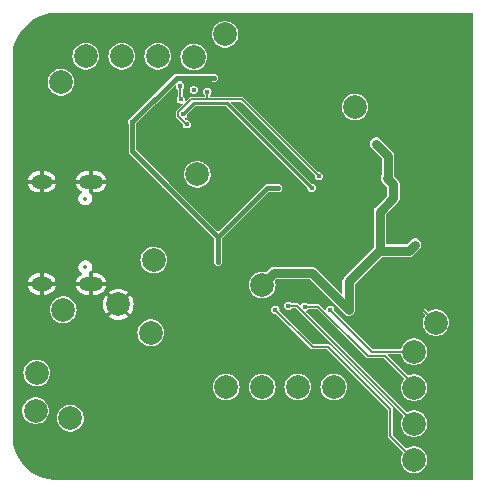
<source format=gbl>
%TF.GenerationSoftware,KiCad,Pcbnew,8.0.5*%
%TF.CreationDate,2024-11-10T02:34:48-05:00*%
%TF.ProjectId,swarm-pcb,73776172-6d2d-4706-9362-2e6b69636164,rev?*%
%TF.SameCoordinates,Original*%
%TF.FileFunction,Copper,L4,Bot*%
%TF.FilePolarity,Positive*%
%FSLAX46Y46*%
G04 Gerber Fmt 4.6, Leading zero omitted, Abs format (unit mm)*
G04 Created by KiCad (PCBNEW 8.0.5) date 2024-11-10 02:34:48*
%MOMM*%
%LPD*%
G01*
G04 APERTURE LIST*
%TA.AperFunction,ComponentPad*%
%ADD10C,2.000000*%
%TD*%
%TA.AperFunction,ComponentPad*%
%ADD11O,2.000000X1.200000*%
%TD*%
%TA.AperFunction,ComponentPad*%
%ADD12O,1.800000X1.200000*%
%TD*%
%TA.AperFunction,ViaPad*%
%ADD13C,0.450000*%
%TD*%
%TA.AperFunction,Conductor*%
%ADD14C,0.800000*%
%TD*%
%TA.AperFunction,Conductor*%
%ADD15C,0.400000*%
%TD*%
%TA.AperFunction,Conductor*%
%ADD16C,0.200000*%
%TD*%
%TA.AperFunction,Conductor*%
%ADD17C,0.127000*%
%TD*%
%TA.AperFunction,Conductor*%
%ADD18C,0.238000*%
%TD*%
%TA.AperFunction,Conductor*%
%ADD19C,0.160000*%
%TD*%
%ADD20C,0.300000*%
%ADD21C,0.350000*%
%ADD22O,1.600025X0.800000*%
%ADD23O,1.599975X0.800000*%
%ADD24O,1.400000X0.800000*%
G04 APERTURE END LIST*
D10*
%TO.P,TP307,1,1*%
%TO.N,GND*%
X75150000Y-132250000D03*
%TD*%
%TO.P,TP209,1,1*%
%TO.N,/peripherals/SDI_IMU*%
X75450000Y-111250000D03*
%TD*%
%TO.P,TP210,1,1*%
%TO.N,/peripherals/SDO_IMU*%
X72399999Y-111250000D03*
%TD*%
%TO.P,TP202,1,1*%
%TO.N,MOTOR_CTRL_1*%
X100200000Y-136250000D03*
%TD*%
%TO.P,TP214,1,1*%
%TO.N,INT2*%
X81850000Y-121250000D03*
%TD*%
%TO.P,TP102,1,1*%
%TO.N,Net-(C115-Pad1)*%
X102050000Y-133800000D03*
%TD*%
%TO.P,TP201,1,1*%
%TO.N,MOTOR_CTRL_2*%
X100200000Y-139300000D03*
%TD*%
%TO.P,TP212,1,1*%
%TO.N,SCLK*%
X78500000Y-111250000D03*
%TD*%
%TO.P,TP304,1,1*%
%TO.N,/power/batt_stat*%
X68150000Y-141250000D03*
%TD*%
%TO.P,TP301,1,1*%
%TO.N,+3V3*%
X87350000Y-130600000D03*
%TD*%
%TO.P,TP305,1,1*%
%TO.N,Net-(U302-PROG)*%
X68250000Y-138050000D03*
%TD*%
%TO.P,TP213,1,1*%
%TO.N,INT1*%
X70300000Y-113450000D03*
%TD*%
D11*
%TO.P,U101,0,SH*%
%TO.N,GND*%
X72854248Y-121874879D03*
%TO.P,U101,1,SH*%
X72854248Y-130525121D03*
D12*
%TO.P,U101,2,SH*%
X68674416Y-130525121D03*
%TO.P,U101,3,SH*%
X68674416Y-121874879D03*
%TD*%
D10*
%TO.P,TP206,1,1*%
%TO.N,Net-(U201-OUT2)*%
X90350000Y-139250000D03*
%TD*%
%TO.P,TP211,1,1*%
%TO.N,CS*%
X81550000Y-111300000D03*
%TD*%
%TO.P,TP208,1,1*%
%TO.N,Net-(U201-OUT4)*%
X84300000Y-139250000D03*
%TD*%
%TO.P,TP303,1,1*%
%TO.N,+BATT*%
X71100000Y-141900000D03*
%TD*%
%TO.P,TP203,1,1*%
%TO.N,MOTOR_CTRL_4*%
X100200000Y-145400000D03*
%TD*%
%TO.P,TP207,1,1*%
%TO.N,Net-(U201-OUT3)*%
X87350000Y-139250000D03*
%TD*%
%TO.P,TP205,1,1*%
%TO.N,Net-(U201-OUT1)*%
X93400000Y-139250000D03*
%TD*%
%TO.P,TP302,1,1*%
%TO.N,VBUS*%
X77900000Y-134650000D03*
%TD*%
%TO.P,TP306,1,1*%
%TO.N,/power/FB_3V3*%
X78150000Y-128500000D03*
%TD*%
%TO.P,TP204,1,1*%
%TO.N,MOTOR_CTRL_3*%
X100200000Y-142350001D03*
%TD*%
%TO.P,TP103,1,1*%
%TO.N,/BOOT*%
X95200000Y-115550000D03*
%TD*%
%TO.P,TP101,1,1*%
%TO.N,+5V*%
X70500000Y-132700000D03*
%TD*%
%TO.P,TP104,1,1*%
%TO.N,/RESET*%
X84200000Y-109400000D03*
%TD*%
D13*
%TO.N,GND*%
X103206151Y-145046001D03*
X103206151Y-143046001D03*
X103206151Y-141046001D03*
X103206151Y-139046001D03*
X103206151Y-137046001D03*
X103206151Y-135046001D03*
X103206151Y-127046001D03*
X103206151Y-123046001D03*
X103206151Y-121046001D03*
X103206151Y-119046001D03*
X103206151Y-117046001D03*
X103206151Y-115046001D03*
X103206151Y-113046001D03*
X103206151Y-111046001D03*
X103206151Y-109046001D03*
X101206151Y-141046001D03*
X101206151Y-135046001D03*
X101206151Y-123046001D03*
X101206151Y-119046001D03*
X101206151Y-117046001D03*
X101206151Y-113046001D03*
X101206151Y-111046001D03*
X99206151Y-113046001D03*
X99206151Y-111046001D03*
X99206151Y-109046001D03*
X97206151Y-145046001D03*
X97206151Y-143046001D03*
X97206151Y-141046001D03*
X97206151Y-117046001D03*
X97206151Y-113046001D03*
X97206151Y-111046001D03*
X95206151Y-145046001D03*
X95206151Y-143046001D03*
X95206151Y-141046001D03*
X95206151Y-139046001D03*
X95206151Y-117046001D03*
X95206151Y-113046001D03*
X95206151Y-111046001D03*
X93206151Y-143046001D03*
X93206151Y-141046001D03*
X93206151Y-137046001D03*
X93206151Y-121046001D03*
X93206151Y-119046001D03*
X93206151Y-117046001D03*
X93206151Y-115046001D03*
X93206151Y-113046001D03*
X93206151Y-111046001D03*
X93206151Y-109046001D03*
X91206151Y-145046001D03*
X91206151Y-119046001D03*
X91206151Y-117046001D03*
X91206151Y-115046001D03*
X91206151Y-113046001D03*
X91206151Y-111046001D03*
X91206151Y-109046001D03*
X89206151Y-143046001D03*
X89206151Y-141046001D03*
X89206151Y-117046001D03*
X89206151Y-115046001D03*
X89206151Y-113046001D03*
X89206151Y-111046001D03*
X87206151Y-143046001D03*
X87206151Y-141046001D03*
X87206151Y-135046001D03*
X87206151Y-133046001D03*
X87206151Y-129046001D03*
X87206151Y-115046001D03*
X87206151Y-113046001D03*
X85206151Y-145046001D03*
X85206151Y-135046001D03*
X85206151Y-133046001D03*
X85206151Y-129046001D03*
X85206151Y-123046001D03*
X83206151Y-143046001D03*
X83206151Y-141046001D03*
X83206151Y-123046001D03*
X83206151Y-111046001D03*
X81206151Y-145046001D03*
X81206151Y-143046001D03*
X81206151Y-141046001D03*
X81206151Y-139046001D03*
X81206151Y-127046001D03*
X81206151Y-123046001D03*
X81206151Y-109046001D03*
X79206151Y-145046001D03*
X79206151Y-143046001D03*
X79206151Y-141046001D03*
X79206151Y-139046001D03*
X79206151Y-137046001D03*
X79206151Y-127046001D03*
X79206151Y-109046001D03*
X77206151Y-143046001D03*
X77206151Y-141046001D03*
X77206151Y-139046001D03*
X77206151Y-131046001D03*
X77206151Y-109046001D03*
X75206151Y-145046001D03*
X75206151Y-143046001D03*
X75206151Y-113046001D03*
X75206151Y-109046001D03*
X73206151Y-145046001D03*
X73206151Y-143046001D03*
X73206151Y-141046001D03*
X73206151Y-133046001D03*
X73206151Y-109046001D03*
X71206151Y-145046001D03*
X71206151Y-135046001D03*
X71206151Y-131046001D03*
X71206151Y-127046001D03*
X71206151Y-117046001D03*
X71206151Y-115046001D03*
X71206151Y-109046001D03*
X69206151Y-145046001D03*
X69206151Y-143046001D03*
X69206151Y-135046001D03*
X69206151Y-125046001D03*
X69206151Y-123046001D03*
X69206151Y-119046001D03*
X69206151Y-117046001D03*
X69206151Y-115046001D03*
X69206151Y-111046001D03*
X69206151Y-109046001D03*
X67206151Y-145046001D03*
X67206151Y-143046001D03*
X67206151Y-135046001D03*
X67206151Y-133046001D03*
X67206151Y-131046001D03*
X67206151Y-129046001D03*
X67206151Y-127046001D03*
X67206151Y-125046001D03*
X67206151Y-123046001D03*
X67206151Y-121046001D03*
X67206151Y-119046001D03*
X67206151Y-117046001D03*
X67206151Y-115046001D03*
X67206151Y-113046001D03*
X67206151Y-111046001D03*
X92650000Y-128200000D03*
X94900000Y-128150000D03*
X94850000Y-125850000D03*
X92650000Y-125850000D03*
X93700000Y-125850000D03*
X93700000Y-128200000D03*
X94900000Y-127000000D03*
X92650000Y-127000000D03*
X93700000Y-127000000D03*
X93700000Y-129400000D03*
X93700000Y-124700000D03*
X91600000Y-127000000D03*
X96000000Y-127000000D03*
X81850000Y-116000000D03*
X87450000Y-119300000D03*
X86700000Y-118950000D03*
X97650000Y-122600000D03*
X90750000Y-136700000D03*
X88750000Y-121450000D03*
X72250000Y-126950000D03*
X72050000Y-126300000D03*
X72050000Y-125450000D03*
X75400000Y-126650000D03*
X85700000Y-125900000D03*
X87900000Y-125850000D03*
X85000000Y-126300000D03*
X81650000Y-126150000D03*
X80350000Y-126200000D03*
X78900000Y-126200000D03*
X77550000Y-126250000D03*
X76450000Y-126400000D03*
X88200000Y-124200000D03*
X86900000Y-124200000D03*
X84550000Y-124050000D03*
X83450000Y-124050000D03*
X82150000Y-124000000D03*
X79850000Y-124150000D03*
X78800000Y-124100000D03*
X77700000Y-124100000D03*
X76550000Y-124000000D03*
X75250000Y-116650000D03*
X77050000Y-118000000D03*
X75400000Y-117600000D03*
X78050000Y-122100000D03*
X85250000Y-121900000D03*
X85100000Y-120500000D03*
X101421358Y-126867267D03*
X101800000Y-127300000D03*
X102200000Y-127700000D03*
X102650000Y-128050000D03*
X103100000Y-128450000D03*
X103550000Y-128850000D03*
X103450000Y-129400000D03*
X103050000Y-129850000D03*
X103500000Y-131700000D03*
X103500000Y-131100000D03*
X103100000Y-130650000D03*
X102650000Y-130250000D03*
X102500000Y-132150000D03*
X101400000Y-132250000D03*
X100850000Y-132700000D03*
X100400000Y-133050000D03*
X100150000Y-133550000D03*
X99566469Y-133824556D03*
X99800000Y-134350000D03*
X99250000Y-134600000D03*
X98800000Y-135000000D03*
X98400000Y-135450000D03*
X97950000Y-134900000D03*
X97400000Y-134800000D03*
X97200000Y-134250000D03*
X97450000Y-131250000D03*
X96806588Y-131143412D03*
X96900000Y-129900000D03*
X96500000Y-130350000D03*
X96229797Y-130843600D03*
X96400000Y-131550000D03*
X96600000Y-132200000D03*
X97006588Y-131793412D03*
X97850000Y-131650000D03*
X98100000Y-131100000D03*
X97600000Y-130600000D03*
X97050000Y-130600000D03*
X98050000Y-129650000D03*
X98800000Y-130500000D03*
X98400000Y-130100000D03*
%TO.N,+3V3*%
X83250000Y-113050000D03*
X97000000Y-118650000D03*
X97900000Y-121550000D03*
X100300000Y-127200000D03*
X94650000Y-132700000D03*
X88700000Y-122400000D03*
X76350000Y-116800000D03*
X79150000Y-122100000D03*
X83600000Y-128650000D03*
%TO.N,SCLK*%
X81550000Y-114100000D03*
%TO.N,CS*%
X82700000Y-114250000D03*
%TO.N,/peripherals/SDI_IMU*%
X80450000Y-114907000D03*
X80400000Y-113800000D03*
%TO.N,CS*%
X92150000Y-121400000D03*
X80950000Y-117000000D03*
%TO.N,SCLK*%
X80650000Y-116150000D03*
X91522587Y-122377413D03*
%TO.N,GND*%
X90200000Y-133450000D03*
%TO.N,MOTOR_CTRL_4*%
X88450000Y-132700000D03*
%TO.N,MOTOR_CTRL_3*%
X89550000Y-132350000D03*
%TO.N,MOTOR_CTRL_2*%
X90950000Y-132450000D03*
%TO.N,MOTOR_CTRL_1*%
X93100000Y-132700000D03*
%TO.N,GND*%
X90900000Y-130950000D03*
X91600000Y-131850000D03*
%TD*%
D14*
%TO.N,+3V3*%
X97900000Y-121550000D02*
X98450000Y-122100000D01*
X98450000Y-122100000D02*
X98450000Y-123250000D01*
X98450000Y-123250000D02*
X97300000Y-124400000D01*
X97300000Y-124400000D02*
X97300000Y-127650000D01*
X98000000Y-121450000D02*
X98000000Y-119650000D01*
X98000000Y-119650000D02*
X97000000Y-118650000D01*
X97900000Y-121550000D02*
X98000000Y-121450000D01*
X100300000Y-127200000D02*
X99800000Y-127700000D01*
X99800000Y-127700000D02*
X97350000Y-127700000D01*
X97350000Y-127700000D02*
X97300000Y-127650000D01*
X94650000Y-130300000D02*
X97300000Y-127650000D01*
X94650000Y-132700000D02*
X94650000Y-130300000D01*
D15*
X88700000Y-122400000D02*
X87750000Y-122400000D01*
X87750000Y-122400000D02*
X83600000Y-126550000D01*
X80100000Y-113050000D02*
X83250000Y-113050000D01*
X76350000Y-116800000D02*
X80100000Y-113050000D01*
D14*
X91550000Y-129600000D02*
X94650000Y-132700000D01*
X88350000Y-129600000D02*
X91550000Y-129600000D01*
X87350000Y-130600000D02*
X88350000Y-129600000D01*
D15*
X76350000Y-119300000D02*
X76350000Y-116800000D01*
X79150000Y-122100000D02*
X76350000Y-119300000D01*
X83600000Y-126550000D02*
X79150000Y-122100000D01*
X83600000Y-128650000D02*
X83600000Y-126550000D01*
D16*
%TO.N,CS*%
X82700000Y-114250000D02*
X82700000Y-114840500D01*
X82700000Y-114840500D02*
X82713500Y-114854000D01*
X82713500Y-114854000D02*
X82700000Y-114854000D01*
%TO.N,/peripherals/SDI_IMU*%
X80400000Y-113800000D02*
X80400000Y-114857000D01*
X80400000Y-114857000D02*
X80450000Y-114907000D01*
D17*
%TO.N,CS*%
X85640500Y-114890500D02*
X92150000Y-121400000D01*
X81321894Y-114890500D02*
X85640500Y-114890500D01*
X80912394Y-117000000D02*
X80234500Y-116322106D01*
X80234500Y-115977894D02*
X81321894Y-114890500D01*
X80234500Y-116322106D02*
X80234500Y-115977894D01*
X80950000Y-117000000D02*
X80912394Y-117000000D01*
D18*
%TO.N,SCLK*%
X80650000Y-116150000D02*
X81600000Y-115200000D01*
X81600000Y-115200000D02*
X84345174Y-115200000D01*
X84345174Y-115200000D02*
X91522587Y-122377413D01*
D17*
%TO.N,Net-(C115-Pad1)*%
X102050000Y-133800000D02*
X101050000Y-132800000D01*
D19*
%TO.N,MOTOR_CTRL_4*%
X88450000Y-132700000D02*
X91600000Y-135850000D01*
X91600000Y-135850000D02*
X92950000Y-135850000D01*
X92950000Y-135850000D02*
X98200000Y-141100000D01*
X98200000Y-141100000D02*
X98200000Y-143400000D01*
X98200000Y-143400000D02*
X100200000Y-145400000D01*
%TO.N,MOTOR_CTRL_3*%
X90518000Y-132618000D02*
X90518000Y-132628941D01*
X100200000Y-142300000D02*
X100200000Y-142350001D01*
X90250000Y-132350000D02*
X90518000Y-132618000D01*
X90518000Y-132628941D02*
X90771059Y-132882000D01*
X89550000Y-132350000D02*
X90250000Y-132350000D01*
X90771059Y-132882000D02*
X90782000Y-132882000D01*
X90782000Y-132882000D02*
X100200000Y-142300000D01*
%TO.N,MOTOR_CTRL_2*%
X96265000Y-136615000D02*
X97765000Y-136615000D01*
X90950000Y-132450000D02*
X92100000Y-132450000D01*
X92100000Y-132450000D02*
X96265000Y-136615000D01*
X97765000Y-136615000D02*
X100200000Y-139050000D01*
X100200000Y-139050000D02*
X100200000Y-139300000D01*
%TO.N,MOTOR_CTRL_1*%
X100200000Y-136250000D02*
X96650000Y-136250000D01*
X96650000Y-136250000D02*
X93100000Y-132700000D01*
%TD*%
%TA.AperFunction,Conductor*%
%TO.N,GND*%
G36*
X105181694Y-107568806D02*
G01*
X105200000Y-107613000D01*
X105200000Y-147087000D01*
X105181694Y-147131194D01*
X105137500Y-147149500D01*
X70001540Y-147149500D01*
X69998473Y-147149425D01*
X69630652Y-147131354D01*
X69624548Y-147130753D01*
X69261785Y-147076943D01*
X69255770Y-147075746D01*
X68900038Y-146986640D01*
X68894168Y-146984859D01*
X68548884Y-146861314D01*
X68543218Y-146858967D01*
X68211704Y-146702173D01*
X68206295Y-146699282D01*
X67891742Y-146510746D01*
X67886642Y-146507338D01*
X67862056Y-146489104D01*
X67755074Y-146409760D01*
X67592088Y-146288881D01*
X67587354Y-146284997D01*
X67315622Y-146038713D01*
X67311286Y-146034377D01*
X67276588Y-145996094D01*
X67065000Y-145762643D01*
X67061118Y-145757911D01*
X67037741Y-145726391D01*
X66842657Y-145463351D01*
X66839253Y-145458257D01*
X66650712Y-145143695D01*
X66647831Y-145138304D01*
X66491028Y-144806772D01*
X66488689Y-144801125D01*
X66365137Y-144455821D01*
X66363362Y-144449971D01*
X66274252Y-144094225D01*
X66273056Y-144088214D01*
X66219246Y-143725451D01*
X66218645Y-143719347D01*
X66200575Y-143351526D01*
X66200500Y-143348459D01*
X66200500Y-141249995D01*
X67017670Y-141249995D01*
X67017670Y-141250004D01*
X67036948Y-141458057D01*
X67036950Y-141458068D01*
X67073679Y-141587155D01*
X67094134Y-141659045D01*
X67187274Y-141846095D01*
X67187275Y-141846096D01*
X67187277Y-141846100D01*
X67313189Y-142012836D01*
X67313194Y-142012841D01*
X67313198Y-142012846D01*
X67417640Y-142108057D01*
X67467614Y-142153615D01*
X67467615Y-142153616D01*
X67467619Y-142153619D01*
X67645277Y-142263620D01*
X67840123Y-142339104D01*
X68045522Y-142377500D01*
X68045525Y-142377500D01*
X68254475Y-142377500D01*
X68254478Y-142377500D01*
X68459877Y-142339104D01*
X68654723Y-142263620D01*
X68832381Y-142153619D01*
X68986802Y-142012846D01*
X69041092Y-141940955D01*
X69072023Y-141899995D01*
X69967670Y-141899995D01*
X69967670Y-141900004D01*
X69986948Y-142108057D01*
X69986950Y-142108068D01*
X69999911Y-142153619D01*
X70044134Y-142309045D01*
X70137274Y-142496095D01*
X70137275Y-142496096D01*
X70137277Y-142496100D01*
X70263189Y-142662836D01*
X70263194Y-142662841D01*
X70263198Y-142662846D01*
X70367938Y-142758329D01*
X70417614Y-142803615D01*
X70417615Y-142803616D01*
X70417619Y-142803619D01*
X70595277Y-142913620D01*
X70790123Y-142989104D01*
X70995522Y-143027500D01*
X70995525Y-143027500D01*
X71204475Y-143027500D01*
X71204478Y-143027500D01*
X71409877Y-142989104D01*
X71604723Y-142913620D01*
X71782381Y-142803619D01*
X71936802Y-142662846D01*
X72062726Y-142496095D01*
X72155866Y-142309045D01*
X72213050Y-142108065D01*
X72213051Y-142108057D01*
X72232330Y-141900004D01*
X72232330Y-141899995D01*
X72213051Y-141691942D01*
X72213049Y-141691931D01*
X72183237Y-141587155D01*
X72155866Y-141490955D01*
X72062726Y-141303905D01*
X72062723Y-141303901D01*
X72062722Y-141303899D01*
X71936810Y-141137163D01*
X71936805Y-141137158D01*
X71936802Y-141137154D01*
X71832359Y-141041942D01*
X71782385Y-140996384D01*
X71782382Y-140996382D01*
X71782381Y-140996381D01*
X71604723Y-140886380D01*
X71604721Y-140886379D01*
X71548089Y-140864440D01*
X71409877Y-140810896D01*
X71409874Y-140810895D01*
X71409873Y-140810895D01*
X71204482Y-140772500D01*
X71204478Y-140772500D01*
X70995522Y-140772500D01*
X70995517Y-140772500D01*
X70790126Y-140810895D01*
X70595278Y-140886379D01*
X70417614Y-140996384D01*
X70263196Y-141137156D01*
X70263189Y-141137163D01*
X70137277Y-141303899D01*
X70137274Y-141303905D01*
X70044134Y-141490954D01*
X69986950Y-141691931D01*
X69986948Y-141691942D01*
X69967670Y-141899995D01*
X69072023Y-141899995D01*
X69112722Y-141846100D01*
X69112721Y-141846100D01*
X69112726Y-141846095D01*
X69205866Y-141659045D01*
X69263050Y-141458065D01*
X69263051Y-141458057D01*
X69282330Y-141250004D01*
X69282330Y-141249995D01*
X69263051Y-141041942D01*
X69263049Y-141041931D01*
X69246128Y-140982460D01*
X69205866Y-140840955D01*
X69112726Y-140653905D01*
X69112723Y-140653901D01*
X69112722Y-140653899D01*
X68986810Y-140487163D01*
X68986805Y-140487158D01*
X68986802Y-140487154D01*
X68866516Y-140377499D01*
X68832385Y-140346384D01*
X68832382Y-140346382D01*
X68832381Y-140346381D01*
X68654723Y-140236380D01*
X68654721Y-140236379D01*
X68570147Y-140203615D01*
X68459877Y-140160896D01*
X68459874Y-140160895D01*
X68459873Y-140160895D01*
X68254482Y-140122500D01*
X68254478Y-140122500D01*
X68045522Y-140122500D01*
X68045517Y-140122500D01*
X67840126Y-140160895D01*
X67645278Y-140236379D01*
X67467614Y-140346384D01*
X67313196Y-140487156D01*
X67313189Y-140487163D01*
X67187277Y-140653899D01*
X67187274Y-140653905D01*
X67094134Y-140840954D01*
X67036950Y-141041931D01*
X67036948Y-141041942D01*
X67017670Y-141249995D01*
X66200500Y-141249995D01*
X66200500Y-139249995D01*
X83167670Y-139249995D01*
X83167670Y-139250004D01*
X83186948Y-139458057D01*
X83186950Y-139458068D01*
X83201176Y-139508065D01*
X83244134Y-139659045D01*
X83337274Y-139846095D01*
X83337275Y-139846096D01*
X83337277Y-139846100D01*
X83463189Y-140012836D01*
X83463194Y-140012841D01*
X83463198Y-140012846D01*
X83518046Y-140062846D01*
X83617614Y-140153615D01*
X83617615Y-140153616D01*
X83617619Y-140153619D01*
X83795277Y-140263620D01*
X83990123Y-140339104D01*
X84195522Y-140377500D01*
X84195525Y-140377500D01*
X84404475Y-140377500D01*
X84404478Y-140377500D01*
X84609877Y-140339104D01*
X84804723Y-140263620D01*
X84982381Y-140153619D01*
X85136802Y-140012846D01*
X85262726Y-139846095D01*
X85355866Y-139659045D01*
X85413050Y-139458065D01*
X85413051Y-139458057D01*
X85432330Y-139250004D01*
X85432330Y-139249995D01*
X86217670Y-139249995D01*
X86217670Y-139250004D01*
X86236948Y-139458057D01*
X86236950Y-139458068D01*
X86251176Y-139508065D01*
X86294134Y-139659045D01*
X86387274Y-139846095D01*
X86387275Y-139846096D01*
X86387277Y-139846100D01*
X86513189Y-140012836D01*
X86513194Y-140012841D01*
X86513198Y-140012846D01*
X86568046Y-140062846D01*
X86667614Y-140153615D01*
X86667615Y-140153616D01*
X86667619Y-140153619D01*
X86845277Y-140263620D01*
X87040123Y-140339104D01*
X87245522Y-140377500D01*
X87245525Y-140377500D01*
X87454475Y-140377500D01*
X87454478Y-140377500D01*
X87659877Y-140339104D01*
X87854723Y-140263620D01*
X88032381Y-140153619D01*
X88186802Y-140012846D01*
X88312726Y-139846095D01*
X88405866Y-139659045D01*
X88463050Y-139458065D01*
X88463051Y-139458057D01*
X88482330Y-139250004D01*
X88482330Y-139249995D01*
X89217670Y-139249995D01*
X89217670Y-139250004D01*
X89236948Y-139458057D01*
X89236950Y-139458068D01*
X89251176Y-139508065D01*
X89294134Y-139659045D01*
X89387274Y-139846095D01*
X89387275Y-139846096D01*
X89387277Y-139846100D01*
X89513189Y-140012836D01*
X89513194Y-140012841D01*
X89513198Y-140012846D01*
X89568046Y-140062846D01*
X89667614Y-140153615D01*
X89667615Y-140153616D01*
X89667619Y-140153619D01*
X89845277Y-140263620D01*
X90040123Y-140339104D01*
X90245522Y-140377500D01*
X90245525Y-140377500D01*
X90454475Y-140377500D01*
X90454478Y-140377500D01*
X90659877Y-140339104D01*
X90854723Y-140263620D01*
X91032381Y-140153619D01*
X91186802Y-140012846D01*
X91312726Y-139846095D01*
X91405866Y-139659045D01*
X91463050Y-139458065D01*
X91463051Y-139458057D01*
X91482330Y-139250004D01*
X91482330Y-139249995D01*
X92267670Y-139249995D01*
X92267670Y-139250004D01*
X92286948Y-139458057D01*
X92286950Y-139458068D01*
X92301176Y-139508065D01*
X92344134Y-139659045D01*
X92437274Y-139846095D01*
X92437275Y-139846096D01*
X92437277Y-139846100D01*
X92563189Y-140012836D01*
X92563194Y-140012841D01*
X92563198Y-140012846D01*
X92618046Y-140062846D01*
X92717614Y-140153615D01*
X92717615Y-140153616D01*
X92717619Y-140153619D01*
X92895277Y-140263620D01*
X93090123Y-140339104D01*
X93295522Y-140377500D01*
X93295525Y-140377500D01*
X93504475Y-140377500D01*
X93504478Y-140377500D01*
X93709877Y-140339104D01*
X93904723Y-140263620D01*
X94082381Y-140153619D01*
X94236802Y-140012846D01*
X94362726Y-139846095D01*
X94455866Y-139659045D01*
X94513050Y-139458065D01*
X94513051Y-139458057D01*
X94532330Y-139250004D01*
X94532330Y-139249995D01*
X94513051Y-139041942D01*
X94513049Y-139041931D01*
X94487922Y-138953619D01*
X94455866Y-138840955D01*
X94362726Y-138653905D01*
X94362723Y-138653901D01*
X94362722Y-138653899D01*
X94236810Y-138487163D01*
X94236805Y-138487158D01*
X94236802Y-138487154D01*
X94137229Y-138396381D01*
X94082385Y-138346384D01*
X94082382Y-138346382D01*
X94082381Y-138346381D01*
X93904723Y-138236380D01*
X93904721Y-138236379D01*
X93838939Y-138210895D01*
X93709877Y-138160896D01*
X93709874Y-138160895D01*
X93709873Y-138160895D01*
X93504482Y-138122500D01*
X93504478Y-138122500D01*
X93295522Y-138122500D01*
X93295517Y-138122500D01*
X93090126Y-138160895D01*
X92895278Y-138236379D01*
X92717614Y-138346384D01*
X92563196Y-138487156D01*
X92563189Y-138487163D01*
X92437277Y-138653899D01*
X92437274Y-138653905D01*
X92344134Y-138840954D01*
X92286950Y-139041931D01*
X92286948Y-139041942D01*
X92267670Y-139249995D01*
X91482330Y-139249995D01*
X91463051Y-139041942D01*
X91463049Y-139041931D01*
X91437922Y-138953619D01*
X91405866Y-138840955D01*
X91312726Y-138653905D01*
X91312723Y-138653901D01*
X91312722Y-138653899D01*
X91186810Y-138487163D01*
X91186805Y-138487158D01*
X91186802Y-138487154D01*
X91087229Y-138396381D01*
X91032385Y-138346384D01*
X91032382Y-138346382D01*
X91032381Y-138346381D01*
X90854723Y-138236380D01*
X90854721Y-138236379D01*
X90788939Y-138210895D01*
X90659877Y-138160896D01*
X90659874Y-138160895D01*
X90659873Y-138160895D01*
X90454482Y-138122500D01*
X90454478Y-138122500D01*
X90245522Y-138122500D01*
X90245517Y-138122500D01*
X90040126Y-138160895D01*
X89845278Y-138236379D01*
X89667614Y-138346384D01*
X89513196Y-138487156D01*
X89513189Y-138487163D01*
X89387277Y-138653899D01*
X89387274Y-138653905D01*
X89294134Y-138840954D01*
X89236950Y-139041931D01*
X89236948Y-139041942D01*
X89217670Y-139249995D01*
X88482330Y-139249995D01*
X88463051Y-139041942D01*
X88463049Y-139041931D01*
X88437922Y-138953619D01*
X88405866Y-138840955D01*
X88312726Y-138653905D01*
X88312723Y-138653901D01*
X88312722Y-138653899D01*
X88186810Y-138487163D01*
X88186805Y-138487158D01*
X88186802Y-138487154D01*
X88087229Y-138396381D01*
X88032385Y-138346384D01*
X88032382Y-138346382D01*
X88032381Y-138346381D01*
X87854723Y-138236380D01*
X87854721Y-138236379D01*
X87788939Y-138210895D01*
X87659877Y-138160896D01*
X87659874Y-138160895D01*
X87659873Y-138160895D01*
X87454482Y-138122500D01*
X87454478Y-138122500D01*
X87245522Y-138122500D01*
X87245517Y-138122500D01*
X87040126Y-138160895D01*
X86845278Y-138236379D01*
X86667614Y-138346384D01*
X86513196Y-138487156D01*
X86513189Y-138487163D01*
X86387277Y-138653899D01*
X86387274Y-138653905D01*
X86294134Y-138840954D01*
X86236950Y-139041931D01*
X86236948Y-139041942D01*
X86217670Y-139249995D01*
X85432330Y-139249995D01*
X85413051Y-139041942D01*
X85413049Y-139041931D01*
X85387922Y-138953619D01*
X85355866Y-138840955D01*
X85262726Y-138653905D01*
X85262723Y-138653901D01*
X85262722Y-138653899D01*
X85136810Y-138487163D01*
X85136805Y-138487158D01*
X85136802Y-138487154D01*
X85037229Y-138396381D01*
X84982385Y-138346384D01*
X84982382Y-138346382D01*
X84982381Y-138346381D01*
X84804723Y-138236380D01*
X84804721Y-138236379D01*
X84738939Y-138210895D01*
X84609877Y-138160896D01*
X84609874Y-138160895D01*
X84609873Y-138160895D01*
X84404482Y-138122500D01*
X84404478Y-138122500D01*
X84195522Y-138122500D01*
X84195517Y-138122500D01*
X83990126Y-138160895D01*
X83795278Y-138236379D01*
X83617614Y-138346384D01*
X83463196Y-138487156D01*
X83463189Y-138487163D01*
X83337277Y-138653899D01*
X83337274Y-138653905D01*
X83244134Y-138840954D01*
X83186950Y-139041931D01*
X83186948Y-139041942D01*
X83167670Y-139249995D01*
X66200500Y-139249995D01*
X66200500Y-138049995D01*
X67117670Y-138049995D01*
X67117670Y-138050004D01*
X67136948Y-138258057D01*
X67136950Y-138258068D01*
X67145006Y-138286380D01*
X67194134Y-138459045D01*
X67287274Y-138646095D01*
X67287275Y-138646096D01*
X67287277Y-138646100D01*
X67413189Y-138812836D01*
X67413194Y-138812841D01*
X67413198Y-138812846D01*
X67498879Y-138890954D01*
X67567614Y-138953615D01*
X67567615Y-138953616D01*
X67567619Y-138953619D01*
X67745277Y-139063620D01*
X67940123Y-139139104D01*
X68145522Y-139177500D01*
X68145525Y-139177500D01*
X68354475Y-139177500D01*
X68354478Y-139177500D01*
X68559877Y-139139104D01*
X68754723Y-139063620D01*
X68932381Y-138953619D01*
X69086802Y-138812846D01*
X69212726Y-138646095D01*
X69305866Y-138459045D01*
X69363050Y-138258065D01*
X69363989Y-138247934D01*
X69382330Y-138050004D01*
X69382330Y-138049995D01*
X69363051Y-137841942D01*
X69363049Y-137841931D01*
X69353797Y-137809414D01*
X69305866Y-137640955D01*
X69212726Y-137453905D01*
X69212723Y-137453901D01*
X69212722Y-137453899D01*
X69086810Y-137287163D01*
X69086805Y-137287158D01*
X69086802Y-137287154D01*
X68940321Y-137153619D01*
X68932385Y-137146384D01*
X68932382Y-137146382D01*
X68932381Y-137146381D01*
X68754723Y-137036380D01*
X68754721Y-137036379D01*
X68693949Y-137012836D01*
X68559877Y-136960896D01*
X68559874Y-136960895D01*
X68559873Y-136960895D01*
X68354482Y-136922500D01*
X68354478Y-136922500D01*
X68145522Y-136922500D01*
X68145517Y-136922500D01*
X67940126Y-136960895D01*
X67745278Y-137036379D01*
X67567614Y-137146384D01*
X67413196Y-137287156D01*
X67413189Y-137287163D01*
X67287277Y-137453899D01*
X67287274Y-137453905D01*
X67194134Y-137640954D01*
X67136950Y-137841931D01*
X67136948Y-137841942D01*
X67117670Y-138049995D01*
X66200500Y-138049995D01*
X66200500Y-134649995D01*
X76767670Y-134649995D01*
X76767670Y-134650004D01*
X76786948Y-134858057D01*
X76786950Y-134858068D01*
X76844134Y-135059045D01*
X76937274Y-135246095D01*
X76937275Y-135246096D01*
X76937277Y-135246100D01*
X77063189Y-135412836D01*
X77063194Y-135412841D01*
X77063198Y-135412846D01*
X77144720Y-135487163D01*
X77217614Y-135553615D01*
X77217615Y-135553616D01*
X77217619Y-135553619D01*
X77395277Y-135663620D01*
X77590123Y-135739104D01*
X77795522Y-135777500D01*
X77795525Y-135777500D01*
X78004475Y-135777500D01*
X78004478Y-135777500D01*
X78209877Y-135739104D01*
X78404723Y-135663620D01*
X78582381Y-135553619D01*
X78736802Y-135412846D01*
X78862726Y-135246095D01*
X78955866Y-135059045D01*
X79013050Y-134858065D01*
X79013051Y-134858057D01*
X79032330Y-134650004D01*
X79032330Y-134649995D01*
X79013051Y-134441942D01*
X79013049Y-134441931D01*
X79000007Y-134396094D01*
X78955866Y-134240955D01*
X78862726Y-134053905D01*
X78862723Y-134053901D01*
X78862722Y-134053899D01*
X78736810Y-133887163D01*
X78736805Y-133887158D01*
X78736802Y-133887154D01*
X78629246Y-133789104D01*
X78582385Y-133746384D01*
X78582382Y-133746382D01*
X78582381Y-133746381D01*
X78404723Y-133636380D01*
X78404721Y-133636379D01*
X78320147Y-133603615D01*
X78209877Y-133560896D01*
X78209874Y-133560895D01*
X78209873Y-133560895D01*
X78004482Y-133522500D01*
X78004478Y-133522500D01*
X77795522Y-133522500D01*
X77795517Y-133522500D01*
X77590126Y-133560895D01*
X77395278Y-133636379D01*
X77217614Y-133746384D01*
X77063196Y-133887156D01*
X77063189Y-133887163D01*
X76937277Y-134053899D01*
X76937274Y-134053905D01*
X76844134Y-134240954D01*
X76786950Y-134441931D01*
X76786948Y-134441942D01*
X76767670Y-134649995D01*
X66200500Y-134649995D01*
X66200500Y-132699995D01*
X69367670Y-132699995D01*
X69367670Y-132700004D01*
X69386948Y-132908057D01*
X69386950Y-132908068D01*
X69433234Y-133070737D01*
X69444134Y-133109045D01*
X69537274Y-133296095D01*
X69537275Y-133296096D01*
X69537277Y-133296100D01*
X69663189Y-133462836D01*
X69663194Y-133462841D01*
X69663198Y-133462846D01*
X69742499Y-133535138D01*
X69817614Y-133603615D01*
X69817615Y-133603616D01*
X69817619Y-133603619D01*
X69995277Y-133713620D01*
X70190123Y-133789104D01*
X70395522Y-133827500D01*
X70395525Y-133827500D01*
X70604475Y-133827500D01*
X70604478Y-133827500D01*
X70809877Y-133789104D01*
X71004723Y-133713620D01*
X71182381Y-133603619D01*
X71336802Y-133462846D01*
X71391092Y-133390955D01*
X71462722Y-133296100D01*
X71462721Y-133296100D01*
X71462726Y-133296095D01*
X71555866Y-133109045D01*
X71613050Y-132908065D01*
X71613463Y-132903607D01*
X71632330Y-132700004D01*
X71632330Y-132699995D01*
X71613051Y-132491942D01*
X71613049Y-132491931D01*
X71590098Y-132411267D01*
X71555866Y-132290955D01*
X71535471Y-132249997D01*
X73845034Y-132249997D01*
X73845034Y-132250002D01*
X73864858Y-132476601D01*
X73864861Y-132476617D01*
X73923731Y-132696321D01*
X73923732Y-132696323D01*
X74019865Y-132902482D01*
X74129215Y-133058650D01*
X74129215Y-133058651D01*
X74706328Y-132481537D01*
X74749901Y-132557007D01*
X74842993Y-132650099D01*
X74918460Y-132693670D01*
X74341348Y-133270782D01*
X74497520Y-133380135D01*
X74703676Y-133476267D01*
X74703678Y-133476268D01*
X74923382Y-133535138D01*
X74923398Y-133535141D01*
X75149998Y-133554966D01*
X75150002Y-133554966D01*
X75376601Y-133535141D01*
X75376617Y-133535138D01*
X75596321Y-133476268D01*
X75596323Y-133476267D01*
X75802479Y-133380135D01*
X75958650Y-133270782D01*
X75381538Y-132693670D01*
X75457007Y-132650099D01*
X75550099Y-132557007D01*
X75593670Y-132481538D01*
X76170782Y-133058650D01*
X76280135Y-132902479D01*
X76374554Y-132699996D01*
X88093106Y-132699996D01*
X88093106Y-132700003D01*
X88110572Y-132810282D01*
X88110574Y-132810287D01*
X88160460Y-132908194D01*
X88161267Y-132909777D01*
X88240223Y-132988733D01*
X88339714Y-133039426D01*
X88339717Y-133039427D01*
X88449997Y-133056894D01*
X88450000Y-133056894D01*
X88450001Y-133056894D01*
X88459345Y-133055413D01*
X88473314Y-133053201D01*
X88519828Y-133064367D01*
X88527287Y-133070737D01*
X91424090Y-135967539D01*
X91482461Y-136025910D01*
X91558726Y-136057500D01*
X92838162Y-136057500D01*
X92882356Y-136075806D01*
X97974194Y-141167644D01*
X97992500Y-141211838D01*
X97992500Y-143358725D01*
X97992500Y-143441275D01*
X98024090Y-143517540D01*
X99230303Y-144723753D01*
X99248609Y-144767947D01*
X99237624Y-144800724D01*
X99238795Y-144801449D01*
X99237274Y-144803904D01*
X99144134Y-144990954D01*
X99086950Y-145191931D01*
X99086948Y-145191942D01*
X99067670Y-145399995D01*
X99067670Y-145400004D01*
X99086948Y-145608057D01*
X99086950Y-145608068D01*
X99130934Y-145762653D01*
X99144134Y-145809045D01*
X99237274Y-145996095D01*
X99237275Y-145996096D01*
X99237277Y-145996100D01*
X99363189Y-146162836D01*
X99363194Y-146162841D01*
X99363198Y-146162846D01*
X99467938Y-146258329D01*
X99517614Y-146303615D01*
X99517615Y-146303616D01*
X99517619Y-146303619D01*
X99695277Y-146413620D01*
X99890123Y-146489104D01*
X100095522Y-146527500D01*
X100095525Y-146527500D01*
X100304475Y-146527500D01*
X100304478Y-146527500D01*
X100509877Y-146489104D01*
X100704723Y-146413620D01*
X100882381Y-146303619D01*
X101036802Y-146162846D01*
X101162726Y-145996095D01*
X101255866Y-145809045D01*
X101313050Y-145608065D01*
X101332330Y-145400000D01*
X101313050Y-145191935D01*
X101255866Y-144990955D01*
X101162726Y-144803905D01*
X101162723Y-144803901D01*
X101162722Y-144803899D01*
X101036810Y-144637163D01*
X101036805Y-144637158D01*
X101036802Y-144637154D01*
X100939927Y-144548841D01*
X100882385Y-144496384D01*
X100882382Y-144496382D01*
X100882381Y-144496381D01*
X100704723Y-144386380D01*
X100704721Y-144386379D01*
X100648089Y-144364440D01*
X100509877Y-144310896D01*
X100509874Y-144310895D01*
X100509873Y-144310895D01*
X100304482Y-144272500D01*
X100304478Y-144272500D01*
X100095522Y-144272500D01*
X100095517Y-144272500D01*
X99890126Y-144310895D01*
X99695278Y-144386379D01*
X99604307Y-144442706D01*
X99557095Y-144450407D01*
X99527211Y-144433761D01*
X98425806Y-143332356D01*
X98407500Y-143288162D01*
X98407500Y-141058726D01*
X98407499Y-141058723D01*
X98380668Y-140993947D01*
X98380668Y-140993946D01*
X98375910Y-140982460D01*
X93067540Y-135674090D01*
X93042263Y-135663620D01*
X92991275Y-135642500D01*
X92991274Y-135642500D01*
X91711837Y-135642500D01*
X91667643Y-135624194D01*
X88820737Y-132777287D01*
X88802431Y-132733093D01*
X88803201Y-132723314D01*
X88803883Y-132719012D01*
X88806894Y-132700000D01*
X88806894Y-132699996D01*
X88789427Y-132589717D01*
X88789425Y-132589712D01*
X88738733Y-132490223D01*
X88659776Y-132411266D01*
X88560287Y-132360574D01*
X88560282Y-132360572D01*
X88493506Y-132349996D01*
X89193106Y-132349996D01*
X89193106Y-132350003D01*
X89210572Y-132460282D01*
X89210574Y-132460287D01*
X89261266Y-132559776D01*
X89261267Y-132559777D01*
X89340223Y-132638733D01*
X89439714Y-132689426D01*
X89439717Y-132689427D01*
X89549997Y-132706894D01*
X89550000Y-132706894D01*
X89550003Y-132706894D01*
X89660282Y-132689427D01*
X89660283Y-132689426D01*
X89660286Y-132689426D01*
X89759777Y-132638733D01*
X89822704Y-132575806D01*
X89866898Y-132557500D01*
X90138162Y-132557500D01*
X90182356Y-132575806D01*
X90325562Y-132719012D01*
X90339109Y-132739285D01*
X90342089Y-132746479D01*
X90342093Y-132746485D01*
X90595149Y-132999539D01*
X90653520Y-133057910D01*
X90660708Y-133060887D01*
X90680986Y-133074436D01*
X99251815Y-141645265D01*
X99270121Y-141689459D01*
X99257498Y-141727122D01*
X99237278Y-141753897D01*
X99237276Y-141753902D01*
X99144134Y-141940955D01*
X99086950Y-142141932D01*
X99086948Y-142141943D01*
X99067670Y-142349996D01*
X99067670Y-142350005D01*
X99086948Y-142558058D01*
X99086950Y-142558069D01*
X99144134Y-142759046D01*
X99237274Y-142946096D01*
X99237275Y-142946097D01*
X99237277Y-142946101D01*
X99363189Y-143112837D01*
X99363194Y-143112842D01*
X99363198Y-143112847D01*
X99467938Y-143208330D01*
X99517614Y-143253616D01*
X99517615Y-143253617D01*
X99517619Y-143253620D01*
X99695277Y-143363621D01*
X99890123Y-143439105D01*
X100095522Y-143477501D01*
X100095525Y-143477501D01*
X100304475Y-143477501D01*
X100304478Y-143477501D01*
X100509877Y-143439105D01*
X100704723Y-143363621D01*
X100882381Y-143253620D01*
X101036802Y-143112847D01*
X101162726Y-142946096D01*
X101255866Y-142759046D01*
X101313050Y-142558066D01*
X101318792Y-142496100D01*
X101332330Y-142350005D01*
X101332330Y-142349996D01*
X101313051Y-142141943D01*
X101313049Y-142141932D01*
X101303411Y-142108057D01*
X101255866Y-141940956D01*
X101162726Y-141753906D01*
X101162723Y-141753902D01*
X101162722Y-141753900D01*
X101036810Y-141587164D01*
X101036805Y-141587159D01*
X101036802Y-141587155D01*
X100931274Y-141490954D01*
X100882385Y-141446385D01*
X100882382Y-141446383D01*
X100882381Y-141446382D01*
X100704723Y-141336381D01*
X100704721Y-141336380D01*
X100620893Y-141303905D01*
X100509877Y-141260897D01*
X100509874Y-141260896D01*
X100509873Y-141260896D01*
X100304482Y-141222501D01*
X100304478Y-141222501D01*
X100095522Y-141222501D01*
X100095517Y-141222501D01*
X99890126Y-141260896D01*
X99695275Y-141336381D01*
X99635186Y-141373586D01*
X99587975Y-141381287D01*
X99558091Y-141364641D01*
X91069833Y-132876383D01*
X91051527Y-132832189D01*
X91069833Y-132787995D01*
X91085653Y-132776501D01*
X91137664Y-132750000D01*
X91159777Y-132738733D01*
X91222704Y-132675806D01*
X91266898Y-132657500D01*
X91988162Y-132657500D01*
X92032356Y-132675806D01*
X94170171Y-134813620D01*
X96089090Y-136732539D01*
X96147461Y-136790910D01*
X96223726Y-136822500D01*
X97653162Y-136822500D01*
X97697356Y-136840806D01*
X99337866Y-138481316D01*
X99356172Y-138525510D01*
X99343548Y-138563174D01*
X99237277Y-138703899D01*
X99237274Y-138703905D01*
X99144134Y-138890954D01*
X99086950Y-139091931D01*
X99086948Y-139091942D01*
X99067670Y-139299995D01*
X99067670Y-139300004D01*
X99086948Y-139508057D01*
X99086950Y-139508068D01*
X99144134Y-139709045D01*
X99237274Y-139896095D01*
X99237275Y-139896096D01*
X99237277Y-139896100D01*
X99363189Y-140062836D01*
X99363194Y-140062841D01*
X99363198Y-140062846D01*
X99467938Y-140158329D01*
X99517614Y-140203615D01*
X99517615Y-140203616D01*
X99517619Y-140203619D01*
X99695277Y-140313620D01*
X99890123Y-140389104D01*
X100095522Y-140427500D01*
X100095525Y-140427500D01*
X100304475Y-140427500D01*
X100304478Y-140427500D01*
X100509877Y-140389104D01*
X100704723Y-140313620D01*
X100882381Y-140203619D01*
X101036802Y-140062846D01*
X101074563Y-140012843D01*
X101162722Y-139896100D01*
X101162721Y-139896100D01*
X101162726Y-139896095D01*
X101255866Y-139709045D01*
X101313050Y-139508065D01*
X101332330Y-139300000D01*
X101327697Y-139250004D01*
X101313051Y-139091942D01*
X101313049Y-139091931D01*
X101298824Y-139041935D01*
X101255866Y-138890955D01*
X101162726Y-138703905D01*
X101162723Y-138703901D01*
X101162722Y-138703899D01*
X101036810Y-138537163D01*
X101036805Y-138537158D01*
X101036802Y-138537154D01*
X100939927Y-138448841D01*
X100882385Y-138396384D01*
X100882382Y-138396382D01*
X100882381Y-138396381D01*
X100704723Y-138286380D01*
X100704721Y-138286379D01*
X100638988Y-138260914D01*
X100509877Y-138210896D01*
X100509874Y-138210895D01*
X100509873Y-138210895D01*
X100304482Y-138172500D01*
X100304478Y-138172500D01*
X100095522Y-138172500D01*
X100095517Y-138172500D01*
X99890126Y-138210895D01*
X99890123Y-138210895D01*
X99890123Y-138210896D01*
X99758155Y-138262020D01*
X99710332Y-138260914D01*
X99691384Y-138247934D01*
X98007644Y-136564194D01*
X97989338Y-136520000D01*
X98007644Y-136475806D01*
X98051838Y-136457500D01*
X99039591Y-136457500D01*
X99083785Y-136475806D01*
X99099705Y-136502896D01*
X99104572Y-136520000D01*
X99144134Y-136659045D01*
X99237274Y-136846095D01*
X99237275Y-136846096D01*
X99237277Y-136846100D01*
X99363189Y-137012836D01*
X99363194Y-137012841D01*
X99363198Y-137012846D01*
X99467938Y-137108329D01*
X99517614Y-137153615D01*
X99517615Y-137153616D01*
X99517619Y-137153619D01*
X99695277Y-137263620D01*
X99890123Y-137339104D01*
X100095522Y-137377500D01*
X100095525Y-137377500D01*
X100304475Y-137377500D01*
X100304478Y-137377500D01*
X100509877Y-137339104D01*
X100704723Y-137263620D01*
X100882381Y-137153619D01*
X101036802Y-137012846D01*
X101076034Y-136960895D01*
X101162722Y-136846100D01*
X101162721Y-136846100D01*
X101162726Y-136846095D01*
X101255866Y-136659045D01*
X101313050Y-136458065D01*
X101313051Y-136458057D01*
X101332330Y-136250004D01*
X101332330Y-136249995D01*
X101313051Y-136041942D01*
X101313049Y-136041931D01*
X101291882Y-135967539D01*
X101255866Y-135840955D01*
X101162726Y-135653905D01*
X101162723Y-135653901D01*
X101162722Y-135653899D01*
X101036810Y-135487163D01*
X101036805Y-135487158D01*
X101036802Y-135487154D01*
X100939927Y-135398841D01*
X100882385Y-135346384D01*
X100882382Y-135346382D01*
X100882381Y-135346381D01*
X100704723Y-135236380D01*
X100704721Y-135236379D01*
X100648089Y-135214440D01*
X100509877Y-135160896D01*
X100509874Y-135160895D01*
X100509873Y-135160895D01*
X100304482Y-135122500D01*
X100304478Y-135122500D01*
X100095522Y-135122500D01*
X100095517Y-135122500D01*
X99890126Y-135160895D01*
X99695278Y-135236379D01*
X99517614Y-135346384D01*
X99363196Y-135487156D01*
X99363189Y-135487163D01*
X99237277Y-135653899D01*
X99237274Y-135653905D01*
X99144134Y-135840954D01*
X99099705Y-135997104D01*
X99070003Y-136034602D01*
X99039591Y-136042500D01*
X96761838Y-136042500D01*
X96717644Y-136024194D01*
X93470737Y-132777287D01*
X93452431Y-132733093D01*
X93453201Y-132723314D01*
X93453883Y-132719012D01*
X93456894Y-132700000D01*
X93456894Y-132699996D01*
X93439427Y-132589717D01*
X93439425Y-132589712D01*
X93388733Y-132490223D01*
X93309776Y-132411266D01*
X93210287Y-132360574D01*
X93210282Y-132360572D01*
X93100003Y-132343106D01*
X93099997Y-132343106D01*
X92989717Y-132360572D01*
X92989712Y-132360574D01*
X92890223Y-132411266D01*
X92811266Y-132490223D01*
X92760574Y-132589712D01*
X92760573Y-132589716D01*
X92748668Y-132664878D01*
X92723674Y-132705664D01*
X92677160Y-132716830D01*
X92642744Y-132699294D01*
X92217540Y-132274090D01*
X92159386Y-132250002D01*
X92141275Y-132242500D01*
X92141274Y-132242500D01*
X91266898Y-132242500D01*
X91222704Y-132224194D01*
X91159776Y-132161266D01*
X91060287Y-132110574D01*
X91060282Y-132110572D01*
X90950003Y-132093106D01*
X90949997Y-132093106D01*
X90839717Y-132110572D01*
X90839712Y-132110574D01*
X90740223Y-132161266D01*
X90661267Y-132240222D01*
X90623498Y-132314347D01*
X90587123Y-132345413D01*
X90539435Y-132341660D01*
X90523616Y-132330166D01*
X90367540Y-132174090D01*
X90291275Y-132142500D01*
X90291274Y-132142500D01*
X89866898Y-132142500D01*
X89822704Y-132124194D01*
X89759776Y-132061266D01*
X89660287Y-132010574D01*
X89660282Y-132010572D01*
X89550003Y-131993106D01*
X89549997Y-131993106D01*
X89439717Y-132010572D01*
X89439712Y-132010574D01*
X89340223Y-132061266D01*
X89261266Y-132140223D01*
X89210574Y-132239712D01*
X89210572Y-132239717D01*
X89193106Y-132349996D01*
X88493506Y-132349996D01*
X88450003Y-132343106D01*
X88449997Y-132343106D01*
X88339717Y-132360572D01*
X88339712Y-132360574D01*
X88240223Y-132411266D01*
X88161266Y-132490223D01*
X88110574Y-132589712D01*
X88110572Y-132589717D01*
X88093106Y-132699996D01*
X76374554Y-132699996D01*
X76376267Y-132696323D01*
X76376268Y-132696321D01*
X76435138Y-132476617D01*
X76435141Y-132476601D01*
X76454966Y-132250002D01*
X76454966Y-132249997D01*
X76435141Y-132023398D01*
X76435138Y-132023382D01*
X76376268Y-131803678D01*
X76376267Y-131803676D01*
X76280135Y-131597520D01*
X76170782Y-131441348D01*
X75593670Y-132018460D01*
X75550099Y-131942993D01*
X75457007Y-131849901D01*
X75381537Y-131806328D01*
X75958651Y-131229215D01*
X75802481Y-131119865D01*
X75802483Y-131119865D01*
X75596323Y-131023732D01*
X75596321Y-131023731D01*
X75376617Y-130964861D01*
X75376601Y-130964858D01*
X75150002Y-130945034D01*
X75149998Y-130945034D01*
X74923398Y-130964858D01*
X74923382Y-130964861D01*
X74703678Y-131023731D01*
X74703676Y-131023732D01*
X74497517Y-131119865D01*
X74341348Y-131229215D01*
X74341347Y-131229215D01*
X74918461Y-131806329D01*
X74842993Y-131849901D01*
X74749901Y-131942993D01*
X74706329Y-132018461D01*
X74129215Y-131441347D01*
X74129215Y-131441348D01*
X74019865Y-131597517D01*
X73923732Y-131803676D01*
X73923731Y-131803678D01*
X73864861Y-132023382D01*
X73864858Y-132023398D01*
X73845034Y-132249997D01*
X71535471Y-132249997D01*
X71462726Y-132103905D01*
X71462723Y-132103901D01*
X71462722Y-132103899D01*
X71336810Y-131937163D01*
X71336805Y-131937158D01*
X71336802Y-131937154D01*
X71239927Y-131848841D01*
X71182385Y-131796384D01*
X71182382Y-131796382D01*
X71182381Y-131796381D01*
X71004723Y-131686380D01*
X71004721Y-131686379D01*
X70948089Y-131664440D01*
X70809877Y-131610896D01*
X70809874Y-131610895D01*
X70809873Y-131610895D01*
X70604482Y-131572500D01*
X70604478Y-131572500D01*
X70395522Y-131572500D01*
X70395517Y-131572500D01*
X70190126Y-131610895D01*
X69995278Y-131686379D01*
X69817614Y-131796384D01*
X69663196Y-131937156D01*
X69663189Y-131937163D01*
X69537277Y-132103899D01*
X69537274Y-132103905D01*
X69444134Y-132290954D01*
X69386950Y-132491931D01*
X69386948Y-132491942D01*
X69367670Y-132699995D01*
X66200500Y-132699995D01*
X66200500Y-130375120D01*
X67486620Y-130375120D01*
X67486621Y-130375121D01*
X68000498Y-130375121D01*
X67974416Y-130472460D01*
X67974416Y-130577782D01*
X68000498Y-130675121D01*
X67486621Y-130675121D01*
X67509002Y-130787641D01*
X67509004Y-130787648D01*
X67576846Y-130951431D01*
X67576847Y-130951433D01*
X67675339Y-131098837D01*
X67800699Y-131224197D01*
X67948103Y-131322689D01*
X67948105Y-131322690D01*
X68111894Y-131390534D01*
X68111897Y-131390535D01*
X68285773Y-131425120D01*
X68285774Y-131425121D01*
X68524416Y-131425121D01*
X68524416Y-130925121D01*
X68824416Y-130925121D01*
X68824416Y-131425121D01*
X69063058Y-131425121D01*
X69063058Y-131425120D01*
X69236934Y-131390535D01*
X69236937Y-131390534D01*
X69400726Y-131322690D01*
X69400728Y-131322689D01*
X69548132Y-131224197D01*
X69673492Y-131098837D01*
X69771984Y-130951433D01*
X69771985Y-130951431D01*
X69839827Y-130787648D01*
X69839829Y-130787641D01*
X69862211Y-130675121D01*
X69348334Y-130675121D01*
X69374416Y-130577782D01*
X69374416Y-130472460D01*
X69348334Y-130375121D01*
X69862211Y-130375121D01*
X69862211Y-130375120D01*
X71566452Y-130375120D01*
X71566453Y-130375121D01*
X72080342Y-130375121D01*
X72054260Y-130472460D01*
X72054260Y-130577782D01*
X72080342Y-130675121D01*
X71566453Y-130675121D01*
X71588834Y-130787641D01*
X71588836Y-130787648D01*
X71656678Y-130951431D01*
X71656679Y-130951433D01*
X71755171Y-131098837D01*
X71880531Y-131224197D01*
X72027935Y-131322689D01*
X72027937Y-131322690D01*
X72191726Y-131390534D01*
X72191729Y-131390535D01*
X72365605Y-131425120D01*
X72365606Y-131425121D01*
X72704248Y-131425121D01*
X72704248Y-130925121D01*
X73004248Y-130925121D01*
X73004248Y-131425121D01*
X73342890Y-131425121D01*
X73342890Y-131425120D01*
X73516766Y-131390535D01*
X73516769Y-131390534D01*
X73680558Y-131322690D01*
X73680560Y-131322689D01*
X73827964Y-131224197D01*
X73953324Y-131098837D01*
X74051816Y-130951433D01*
X74051817Y-130951431D01*
X74119659Y-130787648D01*
X74119661Y-130787641D01*
X74142043Y-130675121D01*
X73628154Y-130675121D01*
X73648284Y-130599995D01*
X86217670Y-130599995D01*
X86217670Y-130600004D01*
X86236948Y-130808057D01*
X86236950Y-130808068D01*
X86294134Y-131009045D01*
X86387274Y-131196095D01*
X86387275Y-131196096D01*
X86387277Y-131196100D01*
X86513189Y-131362836D01*
X86513194Y-131362841D01*
X86513198Y-131362846D01*
X86581511Y-131425121D01*
X86667614Y-131503615D01*
X86667615Y-131503616D01*
X86667619Y-131503619D01*
X86845277Y-131613620D01*
X87040123Y-131689104D01*
X87245522Y-131727500D01*
X87245525Y-131727500D01*
X87454475Y-131727500D01*
X87454478Y-131727500D01*
X87659877Y-131689104D01*
X87854723Y-131613620D01*
X88032381Y-131503619D01*
X88186802Y-131362846D01*
X88217127Y-131322690D01*
X88312722Y-131196100D01*
X88312721Y-131196100D01*
X88312726Y-131196095D01*
X88405866Y-131009045D01*
X88463050Y-130808065D01*
X88482330Y-130600000D01*
X88480271Y-130577782D01*
X88463051Y-130391942D01*
X88463050Y-130391939D01*
X88463050Y-130391935D01*
X88437884Y-130303488D01*
X88443396Y-130255973D01*
X88453800Y-130242195D01*
X88550193Y-130145805D01*
X88594386Y-130127500D01*
X91305615Y-130127500D01*
X91349809Y-130145806D01*
X94225707Y-133021704D01*
X94225712Y-133021710D01*
X94227895Y-133023893D01*
X94326107Y-133122105D01*
X94386250Y-133156828D01*
X94425402Y-133179433D01*
X94446388Y-133191550D01*
X94446389Y-133191550D01*
X94446392Y-133191552D01*
X94492495Y-133203905D01*
X94531320Y-133214308D01*
X94580548Y-133227499D01*
X94580551Y-133227499D01*
X94580553Y-133227500D01*
X94580554Y-133227500D01*
X94719446Y-133227500D01*
X94719447Y-133227500D01*
X94807505Y-133203905D01*
X94853608Y-133191552D01*
X94913750Y-133156828D01*
X94973893Y-133122105D01*
X95072105Y-133023893D01*
X95130197Y-132923275D01*
X95141552Y-132903608D01*
X95162481Y-132825500D01*
X95177500Y-132769447D01*
X95177500Y-132762008D01*
X100859000Y-132762008D01*
X100859000Y-132837992D01*
X100874902Y-132876383D01*
X100888077Y-132908191D01*
X100888079Y-132908194D01*
X101090342Y-133110457D01*
X101108648Y-133154651D01*
X101096026Y-133192313D01*
X101087278Y-133203898D01*
X101087276Y-133203901D01*
X100994134Y-133390954D01*
X100936950Y-133591931D01*
X100936948Y-133591942D01*
X100917670Y-133799995D01*
X100917670Y-133800004D01*
X100936948Y-134008057D01*
X100936950Y-134008068D01*
X100994134Y-134209045D01*
X101087274Y-134396095D01*
X101087275Y-134396096D01*
X101087277Y-134396100D01*
X101213189Y-134562836D01*
X101213194Y-134562841D01*
X101213198Y-134562846D01*
X101308796Y-134649995D01*
X101367614Y-134703615D01*
X101367615Y-134703616D01*
X101367619Y-134703619D01*
X101545277Y-134813620D01*
X101740123Y-134889104D01*
X101945522Y-134927500D01*
X101945525Y-134927500D01*
X102154475Y-134927500D01*
X102154478Y-134927500D01*
X102359877Y-134889104D01*
X102554723Y-134813620D01*
X102732381Y-134703619D01*
X102886802Y-134562846D01*
X103012726Y-134396095D01*
X103105866Y-134209045D01*
X103163050Y-134008065D01*
X103163051Y-134008057D01*
X103182330Y-133800004D01*
X103182330Y-133799995D01*
X103163051Y-133591942D01*
X103163049Y-133591931D01*
X103143294Y-133522500D01*
X103105866Y-133390955D01*
X103012726Y-133203905D01*
X103012723Y-133203901D01*
X103012722Y-133203899D01*
X102886810Y-133037163D01*
X102886805Y-133037158D01*
X102886802Y-133037154D01*
X102761886Y-132923278D01*
X102732385Y-132896384D01*
X102732382Y-132896382D01*
X102732381Y-132896381D01*
X102554723Y-132786380D01*
X102554721Y-132786379D01*
X102473126Y-132754769D01*
X102359877Y-132710896D01*
X102359874Y-132710895D01*
X102359873Y-132710895D01*
X102154482Y-132672500D01*
X102154478Y-132672500D01*
X101945522Y-132672500D01*
X101945517Y-132672500D01*
X101740126Y-132710895D01*
X101545278Y-132786379D01*
X101439895Y-132851629D01*
X101392683Y-132859330D01*
X101362799Y-132842684D01*
X101158194Y-132638079D01*
X101158193Y-132638078D01*
X101087992Y-132609000D01*
X101012008Y-132609000D01*
X100941808Y-132638077D01*
X100941805Y-132638079D01*
X100888079Y-132691805D01*
X100888077Y-132691808D01*
X100880171Y-132710896D01*
X100859000Y-132762008D01*
X95177500Y-132762008D01*
X95177500Y-130544385D01*
X95195806Y-130500191D01*
X97450191Y-128245806D01*
X97494385Y-128227500D01*
X99869446Y-128227500D01*
X99869447Y-128227500D01*
X99936527Y-128209526D01*
X100003608Y-128191552D01*
X100063750Y-128156828D01*
X100123893Y-128122105D01*
X100222105Y-128023893D01*
X100222105Y-128023891D01*
X100227246Y-128018751D01*
X100227249Y-128018746D01*
X100722105Y-127523892D01*
X100791552Y-127403608D01*
X100827500Y-127269446D01*
X100827500Y-127130553D01*
X100791552Y-126996392D01*
X100722105Y-126876107D01*
X100722103Y-126876105D01*
X100722100Y-126876101D01*
X100623898Y-126777899D01*
X100623889Y-126777892D01*
X100503613Y-126708450D01*
X100503604Y-126708446D01*
X100369453Y-126672501D01*
X100369448Y-126672500D01*
X100369447Y-126672500D01*
X100230554Y-126672500D01*
X100230553Y-126672500D01*
X100230547Y-126672501D01*
X100096392Y-126708447D01*
X100096389Y-126708448D01*
X99976108Y-126777894D01*
X99976102Y-126777899D01*
X99599809Y-127154194D01*
X99555615Y-127172500D01*
X97890000Y-127172500D01*
X97845806Y-127154194D01*
X97827500Y-127110000D01*
X97827500Y-124644385D01*
X97845806Y-124600191D01*
X98872101Y-123573897D01*
X98872101Y-123573896D01*
X98872106Y-123573892D01*
X98941552Y-123453608D01*
X98977501Y-123319446D01*
X98977501Y-123180553D01*
X98977501Y-123176729D01*
X98977500Y-123176711D01*
X98977500Y-122030554D01*
X98977498Y-122030546D01*
X98941553Y-121896396D01*
X98941552Y-121896393D01*
X98912515Y-121846100D01*
X98872105Y-121776107D01*
X98872103Y-121776105D01*
X98872100Y-121776101D01*
X98773893Y-121677895D01*
X98545806Y-121449808D01*
X98527500Y-121405614D01*
X98527500Y-119724491D01*
X98527501Y-119724478D01*
X98527501Y-119580555D01*
X98527500Y-119580549D01*
X98513552Y-119528496D01*
X98491552Y-119446392D01*
X98422106Y-119326108D01*
X98422104Y-119326106D01*
X98422101Y-119326102D01*
X97323897Y-118227899D01*
X97323891Y-118227894D01*
X97203610Y-118158448D01*
X97203607Y-118158447D01*
X97069452Y-118122501D01*
X97069447Y-118122500D01*
X97069446Y-118122500D01*
X96930554Y-118122500D01*
X96930553Y-118122500D01*
X96930547Y-118122501D01*
X96796392Y-118158447D01*
X96796389Y-118158448D01*
X96676108Y-118227894D01*
X96676102Y-118227899D01*
X96577899Y-118326102D01*
X96577894Y-118326108D01*
X96508448Y-118446389D01*
X96508447Y-118446392D01*
X96472501Y-118580547D01*
X96472500Y-118580555D01*
X96472500Y-118719444D01*
X96472501Y-118719452D01*
X96508447Y-118853607D01*
X96508448Y-118853610D01*
X96577894Y-118973891D01*
X96577899Y-118973897D01*
X97454194Y-119850191D01*
X97472500Y-119894385D01*
X97472500Y-121218705D01*
X97464126Y-121249955D01*
X97408450Y-121346386D01*
X97408447Y-121346392D01*
X97372501Y-121480547D01*
X97372500Y-121480555D01*
X97372500Y-121619444D01*
X97372501Y-121619452D01*
X97408447Y-121753607D01*
X97408448Y-121753610D01*
X97477894Y-121873891D01*
X97477899Y-121873897D01*
X97904194Y-122300191D01*
X97922500Y-122344385D01*
X97922500Y-123005614D01*
X97904194Y-123049808D01*
X96976107Y-123977895D01*
X96877899Y-124076101D01*
X96877894Y-124076107D01*
X96843170Y-124136249D01*
X96843171Y-124136250D01*
X96808448Y-124196391D01*
X96806319Y-124204339D01*
X96806318Y-124204338D01*
X96806318Y-124204342D01*
X96772501Y-124330546D01*
X96772500Y-124330554D01*
X96772500Y-127405614D01*
X96754194Y-127449808D01*
X94227894Y-129976107D01*
X94227894Y-129976108D01*
X94226096Y-129979223D01*
X94226094Y-129979227D01*
X94158447Y-130096392D01*
X94158446Y-130096395D01*
X94140474Y-130163473D01*
X94140474Y-130163474D01*
X94122500Y-130230548D01*
X94122500Y-131275615D01*
X94104194Y-131319809D01*
X94060000Y-131338115D01*
X94015806Y-131319809D01*
X91975673Y-129279676D01*
X91975661Y-129279662D01*
X91873898Y-129177899D01*
X91873892Y-129177894D01*
X91813750Y-129143170D01*
X91813750Y-129143171D01*
X91753607Y-129108447D01*
X91753604Y-129108446D01*
X91686527Y-129090474D01*
X91673111Y-129086879D01*
X91619451Y-129072500D01*
X91619447Y-129072500D01*
X88423288Y-129072500D01*
X88423272Y-129072499D01*
X88419447Y-129072499D01*
X88280554Y-129072499D01*
X88280549Y-129072499D01*
X88146394Y-129108447D01*
X88146392Y-129108447D01*
X88026106Y-129177895D01*
X87711167Y-129492833D01*
X87666973Y-129511139D01*
X87655489Y-129510075D01*
X87454482Y-129472500D01*
X87454478Y-129472500D01*
X87245522Y-129472500D01*
X87245517Y-129472500D01*
X87040126Y-129510895D01*
X86845278Y-129586379D01*
X86667614Y-129696384D01*
X86513196Y-129837156D01*
X86513189Y-129837163D01*
X86387277Y-130003899D01*
X86387274Y-130003905D01*
X86294134Y-130190954D01*
X86236950Y-130391931D01*
X86236948Y-130391942D01*
X86217670Y-130599995D01*
X73648284Y-130599995D01*
X73654236Y-130577782D01*
X73654236Y-130472460D01*
X73628154Y-130375121D01*
X74142043Y-130375121D01*
X74142043Y-130375120D01*
X74119661Y-130262600D01*
X74119659Y-130262593D01*
X74051817Y-130098810D01*
X74051816Y-130098808D01*
X73953324Y-129951404D01*
X73827964Y-129826044D01*
X73680560Y-129727552D01*
X73680558Y-129727551D01*
X73516769Y-129659707D01*
X73516766Y-129659706D01*
X73342890Y-129625121D01*
X73004248Y-129625121D01*
X73004248Y-130125121D01*
X72704248Y-130125121D01*
X72704248Y-129606062D01*
X72699419Y-129594404D01*
X72717725Y-129550210D01*
X72814636Y-129453299D01*
X72814641Y-129453294D01*
X72890408Y-129322061D01*
X72929628Y-129175691D01*
X72929628Y-129024157D01*
X72890408Y-128877787D01*
X72814641Y-128746554D01*
X72814639Y-128746552D01*
X72814636Y-128746548D01*
X72707496Y-128639408D01*
X72707492Y-128639405D01*
X72707491Y-128639404D01*
X72641874Y-128601520D01*
X72576257Y-128563636D01*
X72576253Y-128563635D01*
X72429894Y-128524418D01*
X72429889Y-128524417D01*
X72429888Y-128524417D01*
X72278354Y-128524417D01*
X72278353Y-128524417D01*
X72278347Y-128524418D01*
X72131988Y-128563635D01*
X72131984Y-128563636D01*
X72000749Y-128639405D01*
X72000745Y-128639408D01*
X71893605Y-128746548D01*
X71893602Y-128746552D01*
X71817833Y-128877787D01*
X71817832Y-128877791D01*
X71778615Y-129024150D01*
X71778614Y-129024158D01*
X71778614Y-129175689D01*
X71778615Y-129175697D01*
X71817832Y-129322056D01*
X71817833Y-129322060D01*
X71893602Y-129453295D01*
X71893605Y-129453299D01*
X72000745Y-129560439D01*
X72000749Y-129560442D01*
X72000751Y-129560444D01*
X72059572Y-129594404D01*
X72070879Y-129600932D01*
X72099999Y-129638883D01*
X72093756Y-129686309D01*
X72063547Y-129712801D01*
X72027938Y-129727551D01*
X72027935Y-129727552D01*
X71880531Y-129826044D01*
X71755171Y-129951404D01*
X71656679Y-130098808D01*
X71656678Y-130098810D01*
X71588836Y-130262593D01*
X71588834Y-130262600D01*
X71566452Y-130375120D01*
X69862211Y-130375120D01*
X69839829Y-130262600D01*
X69839827Y-130262593D01*
X69771985Y-130098810D01*
X69771984Y-130098808D01*
X69673492Y-129951404D01*
X69548132Y-129826044D01*
X69400728Y-129727552D01*
X69400726Y-129727551D01*
X69236937Y-129659707D01*
X69236934Y-129659706D01*
X69063058Y-129625121D01*
X68824416Y-129625121D01*
X68824416Y-130125121D01*
X68524416Y-130125121D01*
X68524416Y-129625121D01*
X68285774Y-129625121D01*
X68111897Y-129659706D01*
X68111894Y-129659707D01*
X67948105Y-129727551D01*
X67948103Y-129727552D01*
X67800699Y-129826044D01*
X67675339Y-129951404D01*
X67576847Y-130098808D01*
X67576846Y-130098810D01*
X67509004Y-130262593D01*
X67509002Y-130262600D01*
X67486620Y-130375120D01*
X66200500Y-130375120D01*
X66200500Y-128499995D01*
X77017670Y-128499995D01*
X77017670Y-128500004D01*
X77036948Y-128708057D01*
X77036950Y-128708068D01*
X77080116Y-128859777D01*
X77094134Y-128909045D01*
X77187274Y-129096095D01*
X77187275Y-129096096D01*
X77187277Y-129096100D01*
X77313189Y-129262836D01*
X77313194Y-129262841D01*
X77313198Y-129262846D01*
X77378153Y-129322060D01*
X77467614Y-129403615D01*
X77467615Y-129403616D01*
X77467619Y-129403619D01*
X77645277Y-129513620D01*
X77840123Y-129589104D01*
X78045522Y-129627500D01*
X78045525Y-129627500D01*
X78254475Y-129627500D01*
X78254478Y-129627500D01*
X78459877Y-129589104D01*
X78654723Y-129513620D01*
X78832381Y-129403619D01*
X78986802Y-129262846D01*
X79112726Y-129096095D01*
X79205866Y-128909045D01*
X79263050Y-128708065D01*
X79263051Y-128708057D01*
X79282330Y-128500004D01*
X79282330Y-128499995D01*
X79263051Y-128291942D01*
X79263049Y-128291931D01*
X79249925Y-128245806D01*
X79205866Y-128090955D01*
X79112726Y-127903905D01*
X79112723Y-127903901D01*
X79112722Y-127903899D01*
X78986810Y-127737163D01*
X78986805Y-127737158D01*
X78986802Y-127737154D01*
X78889927Y-127648841D01*
X78832385Y-127596384D01*
X78832382Y-127596382D01*
X78832381Y-127596381D01*
X78654723Y-127486380D01*
X78654721Y-127486379D01*
X78560320Y-127449808D01*
X78459877Y-127410896D01*
X78459874Y-127410895D01*
X78459873Y-127410895D01*
X78254482Y-127372500D01*
X78254478Y-127372500D01*
X78045522Y-127372500D01*
X78045517Y-127372500D01*
X77840126Y-127410895D01*
X77645278Y-127486379D01*
X77467614Y-127596384D01*
X77313196Y-127737156D01*
X77313189Y-127737163D01*
X77187277Y-127903899D01*
X77187274Y-127903905D01*
X77094134Y-128090954D01*
X77036950Y-128291931D01*
X77036948Y-128291942D01*
X77017670Y-128499995D01*
X66200500Y-128499995D01*
X66200500Y-121724878D01*
X67486620Y-121724878D01*
X67486621Y-121724879D01*
X68000498Y-121724879D01*
X67974416Y-121822218D01*
X67974416Y-121927540D01*
X68000498Y-122024879D01*
X67486621Y-122024879D01*
X67509002Y-122137399D01*
X67509004Y-122137406D01*
X67576846Y-122301189D01*
X67576847Y-122301191D01*
X67675339Y-122448595D01*
X67800699Y-122573955D01*
X67948103Y-122672447D01*
X67948105Y-122672448D01*
X68111894Y-122740292D01*
X68111897Y-122740293D01*
X68285773Y-122774878D01*
X68285774Y-122774879D01*
X68524416Y-122774879D01*
X68524416Y-122274879D01*
X68824416Y-122274879D01*
X68824416Y-122774879D01*
X69063058Y-122774879D01*
X69063058Y-122774878D01*
X69236934Y-122740293D01*
X69236937Y-122740292D01*
X69400726Y-122672448D01*
X69400728Y-122672447D01*
X69548132Y-122573955D01*
X69673492Y-122448595D01*
X69771984Y-122301191D01*
X69771985Y-122301189D01*
X69839827Y-122137406D01*
X69839829Y-122137399D01*
X69862211Y-122024879D01*
X69348334Y-122024879D01*
X69374416Y-121927540D01*
X69374416Y-121822218D01*
X69348334Y-121724879D01*
X69862211Y-121724879D01*
X69862211Y-121724878D01*
X71566452Y-121724878D01*
X71566453Y-121724879D01*
X72080317Y-121724879D01*
X72054235Y-121822218D01*
X72054235Y-121927540D01*
X72080317Y-122024879D01*
X71566453Y-122024879D01*
X71588834Y-122137399D01*
X71588836Y-122137406D01*
X71656678Y-122301189D01*
X71656679Y-122301191D01*
X71755171Y-122448595D01*
X71880531Y-122573955D01*
X72027933Y-122672446D01*
X72063546Y-122687197D01*
X72097371Y-122721022D01*
X72097372Y-122768857D01*
X72070880Y-122799066D01*
X72000751Y-122839555D01*
X72000745Y-122839560D01*
X71893605Y-122946700D01*
X71893602Y-122946704D01*
X71817833Y-123077939D01*
X71817832Y-123077943D01*
X71778615Y-123224302D01*
X71778614Y-123224310D01*
X71778614Y-123375841D01*
X71778615Y-123375849D01*
X71817832Y-123522208D01*
X71817833Y-123522212D01*
X71893602Y-123653447D01*
X71893605Y-123653451D01*
X72000745Y-123760591D01*
X72000749Y-123760594D01*
X72000751Y-123760596D01*
X72131984Y-123836363D01*
X72278354Y-123875583D01*
X72278355Y-123875583D01*
X72429887Y-123875583D01*
X72429888Y-123875583D01*
X72576258Y-123836363D01*
X72707491Y-123760596D01*
X72814641Y-123653446D01*
X72890408Y-123522213D01*
X72929628Y-123375843D01*
X72929628Y-123224309D01*
X72890408Y-123077939D01*
X72814641Y-122946706D01*
X72814639Y-122946704D01*
X72814636Y-122946700D01*
X72717725Y-122849789D01*
X72699419Y-122805595D01*
X72704248Y-122793936D01*
X72704248Y-122274879D01*
X73004248Y-122274879D01*
X73004248Y-122774879D01*
X73342890Y-122774879D01*
X73342890Y-122774878D01*
X73516766Y-122740293D01*
X73516769Y-122740292D01*
X73680558Y-122672448D01*
X73680560Y-122672447D01*
X73827964Y-122573955D01*
X73953324Y-122448595D01*
X74051816Y-122301191D01*
X74051817Y-122301189D01*
X74119659Y-122137406D01*
X74119661Y-122137399D01*
X74142043Y-122024879D01*
X73628179Y-122024879D01*
X73654261Y-121927540D01*
X73654261Y-121822218D01*
X73628179Y-121724879D01*
X74142043Y-121724879D01*
X74142043Y-121724878D01*
X74119661Y-121612358D01*
X74119659Y-121612351D01*
X74051817Y-121448568D01*
X74051816Y-121448566D01*
X73953324Y-121301162D01*
X73827964Y-121175802D01*
X73680560Y-121077310D01*
X73680558Y-121077309D01*
X73516769Y-121009465D01*
X73516766Y-121009464D01*
X73342890Y-120974879D01*
X73004248Y-120974879D01*
X73004248Y-121474879D01*
X72704248Y-121474879D01*
X72704248Y-120974879D01*
X72365606Y-120974879D01*
X72191729Y-121009464D01*
X72191726Y-121009465D01*
X72027937Y-121077309D01*
X72027935Y-121077310D01*
X71880531Y-121175802D01*
X71755171Y-121301162D01*
X71656679Y-121448566D01*
X71656678Y-121448568D01*
X71588836Y-121612351D01*
X71588834Y-121612358D01*
X71566452Y-121724878D01*
X69862211Y-121724878D01*
X69839829Y-121612358D01*
X69839827Y-121612351D01*
X69771985Y-121448568D01*
X69771984Y-121448566D01*
X69673492Y-121301162D01*
X69548132Y-121175802D01*
X69400728Y-121077310D01*
X69400726Y-121077309D01*
X69236937Y-121009465D01*
X69236934Y-121009464D01*
X69063058Y-120974879D01*
X68824416Y-120974879D01*
X68824416Y-121474879D01*
X68524416Y-121474879D01*
X68524416Y-120974879D01*
X68285774Y-120974879D01*
X68111897Y-121009464D01*
X68111894Y-121009465D01*
X67948105Y-121077309D01*
X67948103Y-121077310D01*
X67800699Y-121175802D01*
X67675339Y-121301162D01*
X67576847Y-121448566D01*
X67576846Y-121448568D01*
X67509004Y-121612351D01*
X67509002Y-121612358D01*
X67486620Y-121724878D01*
X66200500Y-121724878D01*
X66200500Y-116799996D01*
X75993106Y-116799996D01*
X75993106Y-116800003D01*
X76010572Y-116910282D01*
X76010574Y-116910286D01*
X76015687Y-116920320D01*
X76022500Y-116948696D01*
X76022500Y-119343121D01*
X76044818Y-119426407D01*
X76044818Y-119426409D01*
X76044819Y-119426410D01*
X76087935Y-119501090D01*
X76087939Y-119501094D01*
X78817538Y-122230693D01*
X78829032Y-122246513D01*
X78861266Y-122309776D01*
X78940223Y-122388733D01*
X79003485Y-122420966D01*
X79019305Y-122432460D01*
X83254194Y-126667349D01*
X83272500Y-126711543D01*
X83272500Y-128501302D01*
X83265689Y-128529674D01*
X83260574Y-128539712D01*
X83260572Y-128539718D01*
X83243106Y-128649996D01*
X83243106Y-128650003D01*
X83260572Y-128760282D01*
X83260574Y-128760287D01*
X83311266Y-128859776D01*
X83311267Y-128859777D01*
X83390223Y-128938733D01*
X83489714Y-128989426D01*
X83489717Y-128989427D01*
X83599997Y-129006894D01*
X83600000Y-129006894D01*
X83600003Y-129006894D01*
X83710282Y-128989427D01*
X83710283Y-128989426D01*
X83710286Y-128989426D01*
X83809777Y-128938733D01*
X83888733Y-128859777D01*
X83939426Y-128760286D01*
X83941601Y-128746554D01*
X83956894Y-128650003D01*
X83956894Y-128649996D01*
X83939427Y-128539718D01*
X83939425Y-128539712D01*
X83934311Y-128529674D01*
X83927500Y-128501302D01*
X83927500Y-126711543D01*
X83945806Y-126667349D01*
X87867349Y-122745806D01*
X87911543Y-122727500D01*
X88551303Y-122727500D01*
X88579676Y-122734311D01*
X88589714Y-122739426D01*
X88589715Y-122739426D01*
X88589717Y-122739427D01*
X88699997Y-122756894D01*
X88700000Y-122756894D01*
X88700003Y-122756894D01*
X88810282Y-122739427D01*
X88810283Y-122739426D01*
X88810286Y-122739426D01*
X88909777Y-122688733D01*
X88988733Y-122609777D01*
X89039426Y-122510286D01*
X89039427Y-122510282D01*
X89056894Y-122400003D01*
X89056894Y-122399996D01*
X89039427Y-122289717D01*
X89039425Y-122289712D01*
X88988733Y-122190223D01*
X88909776Y-122111266D01*
X88810287Y-122060574D01*
X88810282Y-122060572D01*
X88700003Y-122043106D01*
X88699997Y-122043106D01*
X88589717Y-122060572D01*
X88589715Y-122060573D01*
X88584074Y-122063447D01*
X88579676Y-122065688D01*
X88551303Y-122072500D01*
X87706878Y-122072500D01*
X87623592Y-122094818D01*
X87623590Y-122094818D01*
X87571095Y-122125126D01*
X87548910Y-122137935D01*
X87548909Y-122137936D01*
X87548905Y-122137939D01*
X83644194Y-126042651D01*
X83600000Y-126060957D01*
X83555806Y-126042651D01*
X79482460Y-121969305D01*
X79470966Y-121953485D01*
X79438733Y-121890223D01*
X79359776Y-121811266D01*
X79296513Y-121779032D01*
X79280693Y-121767538D01*
X78763150Y-121249995D01*
X80717670Y-121249995D01*
X80717670Y-121250004D01*
X80736948Y-121458057D01*
X80736950Y-121458068D01*
X80780116Y-121609777D01*
X80794134Y-121659045D01*
X80887274Y-121846095D01*
X80887275Y-121846096D01*
X80887277Y-121846100D01*
X81013189Y-122012836D01*
X81013194Y-122012841D01*
X81013198Y-122012846D01*
X81096383Y-122088679D01*
X81167614Y-122153615D01*
X81167615Y-122153616D01*
X81167619Y-122153619D01*
X81345277Y-122263620D01*
X81540123Y-122339104D01*
X81745522Y-122377500D01*
X81745525Y-122377500D01*
X81954475Y-122377500D01*
X81954478Y-122377500D01*
X82159877Y-122339104D01*
X82354723Y-122263620D01*
X82532381Y-122153619D01*
X82686802Y-122012846D01*
X82812726Y-121846095D01*
X82905866Y-121659045D01*
X82963050Y-121458065D01*
X82963930Y-121448566D01*
X82982330Y-121250004D01*
X82982330Y-121249995D01*
X82963051Y-121041942D01*
X82963049Y-121041931D01*
X82943971Y-120974879D01*
X82905866Y-120840955D01*
X82812726Y-120653905D01*
X82812723Y-120653901D01*
X82812722Y-120653899D01*
X82686810Y-120487163D01*
X82686805Y-120487158D01*
X82686802Y-120487154D01*
X82589927Y-120398841D01*
X82532385Y-120346384D01*
X82532382Y-120346382D01*
X82532381Y-120346381D01*
X82354723Y-120236380D01*
X82354721Y-120236379D01*
X82298089Y-120214440D01*
X82159877Y-120160896D01*
X82159874Y-120160895D01*
X82159873Y-120160895D01*
X81954482Y-120122500D01*
X81954478Y-120122500D01*
X81745522Y-120122500D01*
X81745517Y-120122500D01*
X81540126Y-120160895D01*
X81345278Y-120236379D01*
X81167614Y-120346384D01*
X81013196Y-120487156D01*
X81013189Y-120487163D01*
X80887277Y-120653899D01*
X80887274Y-120653905D01*
X80794134Y-120840954D01*
X80736950Y-121041931D01*
X80736948Y-121041942D01*
X80717670Y-121249995D01*
X78763150Y-121249995D01*
X76695806Y-119182651D01*
X76677500Y-119138457D01*
X76677500Y-116961543D01*
X76695806Y-116917349D01*
X78310198Y-115302957D01*
X79950366Y-113662788D01*
X79994559Y-113644483D01*
X80038753Y-113662789D01*
X80057059Y-113706983D01*
X80056290Y-113716760D01*
X80043106Y-113800002D01*
X80043106Y-113800003D01*
X80060572Y-113910282D01*
X80060574Y-113910287D01*
X80111266Y-114009776D01*
X80154194Y-114052704D01*
X80172500Y-114096898D01*
X80172500Y-114661454D01*
X80162473Y-114692316D01*
X80163500Y-114692840D01*
X80110574Y-114796712D01*
X80110572Y-114796717D01*
X80093106Y-114906996D01*
X80093106Y-114907003D01*
X80110572Y-115017282D01*
X80110574Y-115017287D01*
X80161266Y-115116776D01*
X80161267Y-115116777D01*
X80240223Y-115195733D01*
X80339714Y-115246426D01*
X80339717Y-115246427D01*
X80449997Y-115263894D01*
X80450000Y-115263894D01*
X80450002Y-115263894D01*
X80531377Y-115251005D01*
X80577891Y-115262171D01*
X80602885Y-115302957D01*
X80591719Y-115349471D01*
X80585349Y-115356929D01*
X80126307Y-115815972D01*
X80072579Y-115869699D01*
X80072577Y-115869702D01*
X80043500Y-115939902D01*
X80043500Y-116360097D01*
X80072577Y-116430297D01*
X80072579Y-116430300D01*
X80577311Y-116935032D01*
X80595617Y-116979226D01*
X80594848Y-116989002D01*
X80593106Y-117000002D01*
X80593106Y-117000003D01*
X80610572Y-117110282D01*
X80610574Y-117110287D01*
X80661266Y-117209776D01*
X80661267Y-117209777D01*
X80740223Y-117288733D01*
X80839714Y-117339426D01*
X80839717Y-117339427D01*
X80949997Y-117356894D01*
X80950000Y-117356894D01*
X80950003Y-117356894D01*
X81060282Y-117339427D01*
X81060283Y-117339426D01*
X81060286Y-117339426D01*
X81159777Y-117288733D01*
X81238733Y-117209777D01*
X81289426Y-117110286D01*
X81306894Y-117000000D01*
X81306894Y-116999996D01*
X81289427Y-116889717D01*
X81289425Y-116889712D01*
X81238733Y-116790223D01*
X81159776Y-116711266D01*
X81060287Y-116660574D01*
X81060282Y-116660572D01*
X80950003Y-116643106D01*
X80950001Y-116643106D01*
X80950000Y-116643106D01*
X80935166Y-116645455D01*
X80874073Y-116655131D01*
X80827560Y-116643963D01*
X80820103Y-116637594D01*
X80762585Y-116580076D01*
X80744279Y-116535882D01*
X80762585Y-116491688D01*
X80778405Y-116480194D01*
X80830569Y-116453615D01*
X80859777Y-116438733D01*
X80938733Y-116359777D01*
X80989426Y-116260286D01*
X81005278Y-116160201D01*
X81022811Y-116125791D01*
X81683798Y-115464806D01*
X81727992Y-115446500D01*
X84217182Y-115446500D01*
X84261376Y-115464806D01*
X91149772Y-122353202D01*
X91167308Y-122387618D01*
X91183160Y-122487696D01*
X91183161Y-122487700D01*
X91194670Y-122510287D01*
X91233854Y-122587190D01*
X91312810Y-122666146D01*
X91412301Y-122716839D01*
X91412304Y-122716840D01*
X91522584Y-122734307D01*
X91522587Y-122734307D01*
X91522590Y-122734307D01*
X91632869Y-122716840D01*
X91632870Y-122716839D01*
X91632873Y-122716839D01*
X91732364Y-122666146D01*
X91811320Y-122587190D01*
X91862013Y-122487699D01*
X91862013Y-122487696D01*
X91862014Y-122487695D01*
X91879481Y-122377416D01*
X91879481Y-122377409D01*
X91862014Y-122267130D01*
X91862012Y-122267125D01*
X91811320Y-122167636D01*
X91732363Y-122088679D01*
X91632874Y-122037987D01*
X91632870Y-122037986D01*
X91532792Y-122022134D01*
X91498376Y-122004598D01*
X84681972Y-115188194D01*
X84663666Y-115144000D01*
X84681972Y-115099806D01*
X84726166Y-115081500D01*
X85535497Y-115081500D01*
X85579691Y-115099806D01*
X91782452Y-121302567D01*
X91800758Y-121346761D01*
X91799989Y-121356537D01*
X91793106Y-121400001D01*
X91793106Y-121400003D01*
X91810572Y-121510282D01*
X91810574Y-121510287D01*
X91833254Y-121554799D01*
X91861267Y-121609777D01*
X91940223Y-121688733D01*
X92039714Y-121739426D01*
X92039717Y-121739427D01*
X92149997Y-121756894D01*
X92150000Y-121756894D01*
X92150003Y-121756894D01*
X92260282Y-121739427D01*
X92260283Y-121739426D01*
X92260286Y-121739426D01*
X92359777Y-121688733D01*
X92438733Y-121609777D01*
X92489426Y-121510286D01*
X92494135Y-121480555D01*
X92506894Y-121400003D01*
X92506894Y-121399996D01*
X92489427Y-121289717D01*
X92489425Y-121289712D01*
X92438733Y-121190223D01*
X92359776Y-121111266D01*
X92260287Y-121060574D01*
X92260282Y-121060572D01*
X92150003Y-121043106D01*
X92150001Y-121043106D01*
X92150000Y-121043106D01*
X92142338Y-121044319D01*
X92106537Y-121049989D01*
X92060023Y-121038821D01*
X92052567Y-121032452D01*
X86570110Y-115549995D01*
X94067670Y-115549995D01*
X94067670Y-115550004D01*
X94086948Y-115758057D01*
X94086950Y-115758068D01*
X94138687Y-115939902D01*
X94144134Y-115959045D01*
X94237274Y-116146095D01*
X94237275Y-116146096D01*
X94237277Y-116146100D01*
X94363189Y-116312836D01*
X94363194Y-116312841D01*
X94363198Y-116312846D01*
X94467938Y-116408329D01*
X94517614Y-116453615D01*
X94517615Y-116453616D01*
X94517619Y-116453619D01*
X94695277Y-116563620D01*
X94890123Y-116639104D01*
X95095522Y-116677500D01*
X95095525Y-116677500D01*
X95304475Y-116677500D01*
X95304478Y-116677500D01*
X95509877Y-116639104D01*
X95704723Y-116563620D01*
X95882381Y-116453619D01*
X96036802Y-116312846D01*
X96058500Y-116284114D01*
X96162722Y-116146100D01*
X96162721Y-116146100D01*
X96162726Y-116146095D01*
X96255866Y-115959045D01*
X96313050Y-115758065D01*
X96332330Y-115550000D01*
X96322739Y-115446500D01*
X96313051Y-115341942D01*
X96313049Y-115341931D01*
X96287178Y-115251005D01*
X96255866Y-115140955D01*
X96162726Y-114953905D01*
X96162723Y-114953901D01*
X96162722Y-114953899D01*
X96036810Y-114787163D01*
X96036805Y-114787158D01*
X96036802Y-114787154D01*
X95933344Y-114692840D01*
X95882385Y-114646384D01*
X95882382Y-114646382D01*
X95882381Y-114646381D01*
X95704723Y-114536380D01*
X95704721Y-114536379D01*
X95648089Y-114514440D01*
X95509877Y-114460896D01*
X95509874Y-114460895D01*
X95509873Y-114460895D01*
X95304482Y-114422500D01*
X95304478Y-114422500D01*
X95095522Y-114422500D01*
X95095517Y-114422500D01*
X94890126Y-114460895D01*
X94695278Y-114536379D01*
X94517614Y-114646384D01*
X94363196Y-114787156D01*
X94363189Y-114787163D01*
X94237277Y-114953899D01*
X94237274Y-114953905D01*
X94144134Y-115140954D01*
X94086950Y-115341931D01*
X94086948Y-115341942D01*
X94067670Y-115549995D01*
X86570110Y-115549995D01*
X85748694Y-114728579D01*
X85748693Y-114728578D01*
X85678492Y-114699500D01*
X85678491Y-114699500D01*
X82990000Y-114699500D01*
X82945806Y-114681194D01*
X82927500Y-114637000D01*
X82927500Y-114546898D01*
X82945806Y-114502704D01*
X82988733Y-114459777D01*
X83039426Y-114360286D01*
X83047426Y-114309777D01*
X83056894Y-114250003D01*
X83056894Y-114249996D01*
X83039427Y-114139717D01*
X83039425Y-114139712D01*
X82988733Y-114040223D01*
X82909776Y-113961266D01*
X82810287Y-113910574D01*
X82810282Y-113910572D01*
X82700003Y-113893106D01*
X82699997Y-113893106D01*
X82589717Y-113910572D01*
X82589712Y-113910574D01*
X82490223Y-113961266D01*
X82411266Y-114040223D01*
X82360574Y-114139712D01*
X82360572Y-114139717D01*
X82343106Y-114249996D01*
X82343106Y-114250003D01*
X82360572Y-114360282D01*
X82360574Y-114360287D01*
X82411266Y-114459776D01*
X82454194Y-114502704D01*
X82472500Y-114546898D01*
X82472500Y-114637000D01*
X82454194Y-114681194D01*
X82410000Y-114699500D01*
X81283902Y-114699500D01*
X81213702Y-114728577D01*
X81213699Y-114728579D01*
X80899929Y-115042349D01*
X80855735Y-115060655D01*
X80811541Y-115042349D01*
X80793235Y-114998155D01*
X80794005Y-114988377D01*
X80806894Y-114907002D01*
X80806894Y-114906996D01*
X80789427Y-114796717D01*
X80789425Y-114796712D01*
X80738733Y-114697223D01*
X80659775Y-114618265D01*
X80655796Y-114615374D01*
X80656968Y-114613760D01*
X80630554Y-114582818D01*
X80627500Y-114563520D01*
X80627500Y-114099996D01*
X81193106Y-114099996D01*
X81193106Y-114100003D01*
X81210572Y-114210282D01*
X81210574Y-114210287D01*
X81261266Y-114309776D01*
X81261267Y-114309777D01*
X81340223Y-114388733D01*
X81439714Y-114439426D01*
X81439717Y-114439427D01*
X81549997Y-114456894D01*
X81550000Y-114456894D01*
X81550003Y-114456894D01*
X81660282Y-114439427D01*
X81660283Y-114439426D01*
X81660286Y-114439426D01*
X81759777Y-114388733D01*
X81838733Y-114309777D01*
X81889426Y-114210286D01*
X81889427Y-114210282D01*
X81906894Y-114100003D01*
X81906894Y-114099996D01*
X81889427Y-113989717D01*
X81889425Y-113989712D01*
X81838733Y-113890223D01*
X81759776Y-113811266D01*
X81660287Y-113760574D01*
X81660282Y-113760572D01*
X81550003Y-113743106D01*
X81549997Y-113743106D01*
X81439717Y-113760572D01*
X81439712Y-113760574D01*
X81340223Y-113811266D01*
X81261266Y-113890223D01*
X81210574Y-113989712D01*
X81210572Y-113989717D01*
X81193106Y-114099996D01*
X80627500Y-114099996D01*
X80627500Y-114096898D01*
X80645806Y-114052704D01*
X80658287Y-114040223D01*
X80688733Y-114009777D01*
X80739426Y-113910286D01*
X80747542Y-113859045D01*
X80756894Y-113800003D01*
X80756894Y-113799996D01*
X80739427Y-113689717D01*
X80739425Y-113689712D01*
X80688733Y-113590223D01*
X80609776Y-113511266D01*
X80579202Y-113495688D01*
X80548135Y-113459314D01*
X80551888Y-113411626D01*
X80588262Y-113380559D01*
X80607576Y-113377500D01*
X83101303Y-113377500D01*
X83129676Y-113384311D01*
X83139714Y-113389426D01*
X83139715Y-113389426D01*
X83139717Y-113389427D01*
X83249997Y-113406894D01*
X83250000Y-113406894D01*
X83250003Y-113406894D01*
X83360282Y-113389427D01*
X83360283Y-113389426D01*
X83360286Y-113389426D01*
X83459777Y-113338733D01*
X83538733Y-113259777D01*
X83589426Y-113160286D01*
X83606894Y-113050000D01*
X83606894Y-113049996D01*
X83589427Y-112939717D01*
X83589425Y-112939712D01*
X83538733Y-112840223D01*
X83459776Y-112761266D01*
X83360287Y-112710574D01*
X83360282Y-112710572D01*
X83250003Y-112693106D01*
X83249997Y-112693106D01*
X83139717Y-112710572D01*
X83139715Y-112710573D01*
X83134074Y-112713447D01*
X83129676Y-112715688D01*
X83101303Y-112722500D01*
X80056878Y-112722500D01*
X79973592Y-112744818D01*
X79973590Y-112744818D01*
X79921095Y-112775126D01*
X79898910Y-112787935D01*
X79898909Y-112787936D01*
X79898905Y-112787939D01*
X76219305Y-116467538D01*
X76203486Y-116479032D01*
X76140222Y-116511267D01*
X76061266Y-116590223D01*
X76010574Y-116689712D01*
X76010572Y-116689717D01*
X75993106Y-116799996D01*
X66200500Y-116799996D01*
X66200500Y-113449995D01*
X69167670Y-113449995D01*
X69167670Y-113450004D01*
X69186948Y-113658057D01*
X69186950Y-113658068D01*
X69230540Y-113811267D01*
X69244134Y-113859045D01*
X69337274Y-114046095D01*
X69337275Y-114046096D01*
X69337277Y-114046100D01*
X69463189Y-114212836D01*
X69463194Y-114212841D01*
X69463198Y-114212846D01*
X69567938Y-114308329D01*
X69617614Y-114353615D01*
X69617615Y-114353616D01*
X69617619Y-114353619D01*
X69795277Y-114463620D01*
X69990123Y-114539104D01*
X70195522Y-114577500D01*
X70195525Y-114577500D01*
X70404475Y-114577500D01*
X70404478Y-114577500D01*
X70609877Y-114539104D01*
X70804723Y-114463620D01*
X70982381Y-114353619D01*
X71136802Y-114212846D01*
X71138735Y-114210287D01*
X71222022Y-114099996D01*
X71262726Y-114046095D01*
X71355866Y-113859045D01*
X71413050Y-113658065D01*
X71414309Y-113644483D01*
X71432330Y-113450004D01*
X71432330Y-113449995D01*
X71413051Y-113241942D01*
X71413049Y-113241931D01*
X71389819Y-113160286D01*
X71355866Y-113040955D01*
X71262726Y-112853905D01*
X71262723Y-112853901D01*
X71262722Y-112853899D01*
X71136810Y-112687163D01*
X71136805Y-112687158D01*
X71136802Y-112687154D01*
X71039927Y-112598841D01*
X70982385Y-112546384D01*
X70982382Y-112546382D01*
X70982381Y-112546381D01*
X70804723Y-112436380D01*
X70804721Y-112436379D01*
X70748089Y-112414440D01*
X70609877Y-112360896D01*
X70609874Y-112360895D01*
X70609873Y-112360895D01*
X70404482Y-112322500D01*
X70404478Y-112322500D01*
X70195522Y-112322500D01*
X70195517Y-112322500D01*
X69990126Y-112360895D01*
X69795278Y-112436379D01*
X69617614Y-112546384D01*
X69463196Y-112687156D01*
X69463189Y-112687163D01*
X69337277Y-112853899D01*
X69337274Y-112853905D01*
X69244134Y-113040954D01*
X69186950Y-113241931D01*
X69186948Y-113241942D01*
X69167670Y-113449995D01*
X66200500Y-113449995D01*
X66200500Y-111351540D01*
X66200575Y-111348473D01*
X66205413Y-111249995D01*
X71267669Y-111249995D01*
X71267669Y-111250004D01*
X71286947Y-111458057D01*
X71286949Y-111458068D01*
X71301175Y-111508065D01*
X71344133Y-111659045D01*
X71437273Y-111846095D01*
X71437274Y-111846096D01*
X71437276Y-111846100D01*
X71563188Y-112012836D01*
X71563193Y-112012841D01*
X71563197Y-112012846D01*
X71618045Y-112062846D01*
X71717613Y-112153615D01*
X71717614Y-112153616D01*
X71717618Y-112153619D01*
X71895276Y-112263620D01*
X72090122Y-112339104D01*
X72295521Y-112377500D01*
X72295524Y-112377500D01*
X72504474Y-112377500D01*
X72504477Y-112377500D01*
X72709876Y-112339104D01*
X72904722Y-112263620D01*
X73082380Y-112153619D01*
X73236801Y-112012846D01*
X73362725Y-111846095D01*
X73455865Y-111659045D01*
X73513049Y-111458065D01*
X73523204Y-111348473D01*
X73532329Y-111250004D01*
X73532329Y-111249995D01*
X74317670Y-111249995D01*
X74317670Y-111250004D01*
X74336948Y-111458057D01*
X74336950Y-111458068D01*
X74351176Y-111508065D01*
X74394134Y-111659045D01*
X74487274Y-111846095D01*
X74487275Y-111846096D01*
X74487277Y-111846100D01*
X74613189Y-112012836D01*
X74613194Y-112012841D01*
X74613198Y-112012846D01*
X74668046Y-112062846D01*
X74767614Y-112153615D01*
X74767615Y-112153616D01*
X74767619Y-112153619D01*
X74945277Y-112263620D01*
X75140123Y-112339104D01*
X75345522Y-112377500D01*
X75345525Y-112377500D01*
X75554475Y-112377500D01*
X75554478Y-112377500D01*
X75759877Y-112339104D01*
X75954723Y-112263620D01*
X76132381Y-112153619D01*
X76286802Y-112012846D01*
X76412726Y-111846095D01*
X76505866Y-111659045D01*
X76563050Y-111458065D01*
X76573205Y-111348473D01*
X76582330Y-111250004D01*
X76582330Y-111249995D01*
X77367670Y-111249995D01*
X77367670Y-111250004D01*
X77386948Y-111458057D01*
X77386950Y-111458068D01*
X77401176Y-111508065D01*
X77444134Y-111659045D01*
X77537274Y-111846095D01*
X77537275Y-111846096D01*
X77537277Y-111846100D01*
X77663189Y-112012836D01*
X77663194Y-112012841D01*
X77663198Y-112012846D01*
X77718046Y-112062846D01*
X77817614Y-112153615D01*
X77817615Y-112153616D01*
X77817619Y-112153619D01*
X77995277Y-112263620D01*
X78190123Y-112339104D01*
X78395522Y-112377500D01*
X78395525Y-112377500D01*
X78604475Y-112377500D01*
X78604478Y-112377500D01*
X78809877Y-112339104D01*
X79004723Y-112263620D01*
X79182381Y-112153619D01*
X79336802Y-112012846D01*
X79462726Y-111846095D01*
X79555866Y-111659045D01*
X79613050Y-111458065D01*
X79623205Y-111348473D01*
X79627697Y-111299995D01*
X80417670Y-111299995D01*
X80417670Y-111300004D01*
X80436948Y-111508057D01*
X80436950Y-111508068D01*
X80494134Y-111709045D01*
X80587274Y-111896095D01*
X80587275Y-111896096D01*
X80587277Y-111896100D01*
X80713189Y-112062836D01*
X80713194Y-112062841D01*
X80713198Y-112062846D01*
X80817938Y-112158329D01*
X80867614Y-112203615D01*
X80867615Y-112203616D01*
X80867619Y-112203619D01*
X81045277Y-112313620D01*
X81240123Y-112389104D01*
X81445522Y-112427500D01*
X81445525Y-112427500D01*
X81654475Y-112427500D01*
X81654478Y-112427500D01*
X81859877Y-112389104D01*
X82054723Y-112313620D01*
X82232381Y-112203619D01*
X82386802Y-112062846D01*
X82424563Y-112012843D01*
X82512722Y-111896100D01*
X82512721Y-111896100D01*
X82512726Y-111896095D01*
X82605866Y-111709045D01*
X82663050Y-111508065D01*
X82677697Y-111350000D01*
X82682330Y-111300004D01*
X82682330Y-111299995D01*
X82663051Y-111091942D01*
X82663049Y-111091931D01*
X82648824Y-111041935D01*
X82605866Y-110890955D01*
X82512726Y-110703905D01*
X82512723Y-110703901D01*
X82512722Y-110703899D01*
X82386810Y-110537163D01*
X82386805Y-110537158D01*
X82386802Y-110537154D01*
X82289927Y-110448841D01*
X82232385Y-110396384D01*
X82232382Y-110396382D01*
X82232381Y-110396381D01*
X82054723Y-110286380D01*
X82054721Y-110286379D01*
X81998089Y-110264440D01*
X81859877Y-110210896D01*
X81859874Y-110210895D01*
X81859873Y-110210895D01*
X81654482Y-110172500D01*
X81654478Y-110172500D01*
X81445522Y-110172500D01*
X81445517Y-110172500D01*
X81240126Y-110210895D01*
X81045278Y-110286379D01*
X80867614Y-110396384D01*
X80713196Y-110537156D01*
X80713189Y-110537163D01*
X80587277Y-110703899D01*
X80587274Y-110703905D01*
X80494134Y-110890954D01*
X80436950Y-111091931D01*
X80436948Y-111091942D01*
X80417670Y-111299995D01*
X79627697Y-111299995D01*
X79632330Y-111250004D01*
X79632330Y-111249995D01*
X79613051Y-111041942D01*
X79613049Y-111041931D01*
X79570092Y-110890954D01*
X79555866Y-110840955D01*
X79462726Y-110653905D01*
X79462723Y-110653901D01*
X79462722Y-110653899D01*
X79336810Y-110487163D01*
X79336805Y-110487158D01*
X79336802Y-110487154D01*
X79227230Y-110387266D01*
X79182385Y-110346384D01*
X79182382Y-110346382D01*
X79182381Y-110346381D01*
X79004723Y-110236380D01*
X79004721Y-110236379D01*
X78938939Y-110210895D01*
X78809877Y-110160896D01*
X78809874Y-110160895D01*
X78809873Y-110160895D01*
X78604482Y-110122500D01*
X78604478Y-110122500D01*
X78395522Y-110122500D01*
X78395517Y-110122500D01*
X78190126Y-110160895D01*
X78190123Y-110160895D01*
X78190123Y-110160896D01*
X78160170Y-110172500D01*
X77995278Y-110236379D01*
X77817614Y-110346384D01*
X77663196Y-110487156D01*
X77663189Y-110487163D01*
X77537277Y-110653899D01*
X77537274Y-110653905D01*
X77444134Y-110840954D01*
X77386950Y-111041931D01*
X77386948Y-111041942D01*
X77367670Y-111249995D01*
X76582330Y-111249995D01*
X76563051Y-111041942D01*
X76563049Y-111041931D01*
X76520092Y-110890954D01*
X76505866Y-110840955D01*
X76412726Y-110653905D01*
X76412723Y-110653901D01*
X76412722Y-110653899D01*
X76286810Y-110487163D01*
X76286805Y-110487158D01*
X76286802Y-110487154D01*
X76177230Y-110387266D01*
X76132385Y-110346384D01*
X76132382Y-110346382D01*
X76132381Y-110346381D01*
X75954723Y-110236380D01*
X75954721Y-110236379D01*
X75888939Y-110210895D01*
X75759877Y-110160896D01*
X75759874Y-110160895D01*
X75759873Y-110160895D01*
X75554482Y-110122500D01*
X75554478Y-110122500D01*
X75345522Y-110122500D01*
X75345517Y-110122500D01*
X75140126Y-110160895D01*
X75140123Y-110160895D01*
X75140123Y-110160896D01*
X75110170Y-110172500D01*
X74945278Y-110236379D01*
X74767614Y-110346384D01*
X74613196Y-110487156D01*
X74613189Y-110487163D01*
X74487277Y-110653899D01*
X74487274Y-110653905D01*
X74394134Y-110840954D01*
X74336950Y-111041931D01*
X74336948Y-111041942D01*
X74317670Y-111249995D01*
X73532329Y-111249995D01*
X73513050Y-111041942D01*
X73513048Y-111041931D01*
X73470091Y-110890954D01*
X73455865Y-110840955D01*
X73362725Y-110653905D01*
X73362722Y-110653901D01*
X73362721Y-110653899D01*
X73236809Y-110487163D01*
X73236804Y-110487158D01*
X73236801Y-110487154D01*
X73127229Y-110387266D01*
X73082384Y-110346384D01*
X73082381Y-110346382D01*
X73082380Y-110346381D01*
X72904722Y-110236380D01*
X72904720Y-110236379D01*
X72838938Y-110210895D01*
X72709876Y-110160896D01*
X72709873Y-110160895D01*
X72709872Y-110160895D01*
X72504481Y-110122500D01*
X72504477Y-110122500D01*
X72295521Y-110122500D01*
X72295516Y-110122500D01*
X72090125Y-110160895D01*
X72090122Y-110160895D01*
X72090122Y-110160896D01*
X72060169Y-110172500D01*
X71895277Y-110236379D01*
X71717613Y-110346384D01*
X71563195Y-110487156D01*
X71563188Y-110487163D01*
X71437276Y-110653899D01*
X71437273Y-110653905D01*
X71344133Y-110840954D01*
X71286949Y-111041931D01*
X71286947Y-111041942D01*
X71267669Y-111249995D01*
X66205413Y-111249995D01*
X66215634Y-111041942D01*
X66218645Y-110980646D01*
X66219246Y-110974548D01*
X66231646Y-110890954D01*
X66273057Y-110611777D01*
X66274253Y-110605770D01*
X66363363Y-110250022D01*
X66365135Y-110244183D01*
X66488691Y-109898867D01*
X66491025Y-109893234D01*
X66647835Y-109561686D01*
X66650707Y-109556312D01*
X66744400Y-109399995D01*
X83067670Y-109399995D01*
X83067670Y-109400004D01*
X83086948Y-109608057D01*
X83086950Y-109608068D01*
X83099313Y-109651517D01*
X83144134Y-109809045D01*
X83237274Y-109996095D01*
X83237275Y-109996096D01*
X83237277Y-109996100D01*
X83363189Y-110162836D01*
X83363194Y-110162841D01*
X83363198Y-110162846D01*
X83443860Y-110236379D01*
X83517614Y-110303615D01*
X83517615Y-110303616D01*
X83517619Y-110303619D01*
X83695277Y-110413620D01*
X83890123Y-110489104D01*
X84095522Y-110527500D01*
X84095525Y-110527500D01*
X84304475Y-110527500D01*
X84304478Y-110527500D01*
X84509877Y-110489104D01*
X84704723Y-110413620D01*
X84882381Y-110303619D01*
X85036802Y-110162846D01*
X85038276Y-110160895D01*
X85162722Y-109996100D01*
X85162721Y-109996100D01*
X85162726Y-109996095D01*
X85255866Y-109809045D01*
X85313050Y-109608065D01*
X85332330Y-109400000D01*
X85317665Y-109241742D01*
X85313051Y-109191942D01*
X85313049Y-109191931D01*
X85303797Y-109159414D01*
X85255866Y-108990955D01*
X85162726Y-108803905D01*
X85162723Y-108803901D01*
X85162722Y-108803899D01*
X85036810Y-108637163D01*
X85036805Y-108637158D01*
X85036802Y-108637154D01*
X84939927Y-108548841D01*
X84882385Y-108496384D01*
X84882382Y-108496382D01*
X84882381Y-108496381D01*
X84704723Y-108386380D01*
X84704721Y-108386379D01*
X84648089Y-108364440D01*
X84509877Y-108310896D01*
X84509874Y-108310895D01*
X84509873Y-108310895D01*
X84304482Y-108272500D01*
X84304478Y-108272500D01*
X84095522Y-108272500D01*
X84095517Y-108272500D01*
X83890126Y-108310895D01*
X83695278Y-108386379D01*
X83517614Y-108496384D01*
X83363196Y-108637156D01*
X83363189Y-108637163D01*
X83237277Y-108803899D01*
X83237274Y-108803905D01*
X83144134Y-108990954D01*
X83086950Y-109191931D01*
X83086948Y-109191942D01*
X83067670Y-109399995D01*
X66744400Y-109399995D01*
X66839263Y-109241726D01*
X66842650Y-109236657D01*
X67061126Y-108942077D01*
X67064992Y-108937366D01*
X67311296Y-108665611D01*
X67315611Y-108661296D01*
X67587366Y-108414992D01*
X67592077Y-108411126D01*
X67886657Y-108192650D01*
X67891726Y-108189263D01*
X68206312Y-108000707D01*
X68211686Y-107997835D01*
X68543234Y-107841025D01*
X68548867Y-107838691D01*
X68894183Y-107715135D01*
X68900022Y-107713363D01*
X69255778Y-107624251D01*
X69261777Y-107623057D01*
X69624554Y-107569245D01*
X69630646Y-107568645D01*
X69998473Y-107550574D01*
X70001540Y-107550500D01*
X105137500Y-107550500D01*
X105181694Y-107568806D01*
G37*
%TD.AperFunction*%
%TD*%
D20*
X103206151Y-145046001D03*
X103206151Y-143046001D03*
X103206151Y-141046001D03*
X103206151Y-139046001D03*
X103206151Y-137046001D03*
X103206151Y-135046001D03*
X103206151Y-127046001D03*
X103206151Y-123046001D03*
X103206151Y-121046001D03*
X103206151Y-119046001D03*
X103206151Y-117046001D03*
X103206151Y-115046001D03*
X103206151Y-113046001D03*
X103206151Y-111046001D03*
X103206151Y-109046001D03*
X101206151Y-141046001D03*
X101206151Y-135046001D03*
X101206151Y-123046001D03*
X101206151Y-119046001D03*
X101206151Y-117046001D03*
X101206151Y-113046001D03*
X101206151Y-111046001D03*
X99206151Y-113046001D03*
X99206151Y-111046001D03*
X99206151Y-109046001D03*
X97206151Y-145046001D03*
X97206151Y-143046001D03*
X97206151Y-141046001D03*
X97206151Y-117046001D03*
X97206151Y-113046001D03*
X97206151Y-111046001D03*
X95206151Y-145046001D03*
X95206151Y-143046001D03*
X95206151Y-141046001D03*
X95206151Y-139046001D03*
X95206151Y-117046001D03*
X95206151Y-113046001D03*
X95206151Y-111046001D03*
X93206151Y-143046001D03*
X93206151Y-141046001D03*
X93206151Y-137046001D03*
X93206151Y-121046001D03*
X93206151Y-119046001D03*
X93206151Y-117046001D03*
X93206151Y-115046001D03*
X93206151Y-113046001D03*
X93206151Y-111046001D03*
X93206151Y-109046001D03*
X91206151Y-145046001D03*
X91206151Y-119046001D03*
X91206151Y-117046001D03*
X91206151Y-115046001D03*
X91206151Y-113046001D03*
X91206151Y-111046001D03*
X91206151Y-109046001D03*
X89206151Y-143046001D03*
X89206151Y-141046001D03*
X89206151Y-117046001D03*
X89206151Y-115046001D03*
X89206151Y-113046001D03*
X89206151Y-111046001D03*
X87206151Y-143046001D03*
X87206151Y-141046001D03*
X87206151Y-135046001D03*
X87206151Y-133046001D03*
X87206151Y-129046001D03*
X87206151Y-115046001D03*
X87206151Y-113046001D03*
X85206151Y-145046001D03*
X85206151Y-135046001D03*
X85206151Y-133046001D03*
X85206151Y-129046001D03*
X85206151Y-123046001D03*
X83206151Y-143046001D03*
X83206151Y-141046001D03*
X83206151Y-123046001D03*
X83206151Y-111046001D03*
X81206151Y-145046001D03*
X81206151Y-143046001D03*
X81206151Y-141046001D03*
X81206151Y-139046001D03*
X81206151Y-127046001D03*
X81206151Y-123046001D03*
X81206151Y-109046001D03*
X79206151Y-145046001D03*
X79206151Y-143046001D03*
X79206151Y-141046001D03*
X79206151Y-139046001D03*
X79206151Y-137046001D03*
X79206151Y-127046001D03*
X79206151Y-109046001D03*
X77206151Y-143046001D03*
X77206151Y-141046001D03*
X77206151Y-139046001D03*
X77206151Y-131046001D03*
X77206151Y-109046001D03*
X75206151Y-145046001D03*
X75206151Y-143046001D03*
X75206151Y-113046001D03*
X75206151Y-109046001D03*
X73206151Y-145046001D03*
X73206151Y-143046001D03*
X73206151Y-141046001D03*
X73206151Y-133046001D03*
X73206151Y-109046001D03*
X71206151Y-145046001D03*
X71206151Y-135046001D03*
X71206151Y-131046001D03*
X71206151Y-127046001D03*
X71206151Y-117046001D03*
X71206151Y-115046001D03*
X71206151Y-109046001D03*
X69206151Y-145046001D03*
X69206151Y-143046001D03*
X69206151Y-135046001D03*
X69206151Y-125046001D03*
X69206151Y-123046001D03*
X69206151Y-119046001D03*
X69206151Y-117046001D03*
X69206151Y-115046001D03*
X69206151Y-111046001D03*
X69206151Y-109046001D03*
X67206151Y-145046001D03*
X67206151Y-143046001D03*
X67206151Y-135046001D03*
X67206151Y-133046001D03*
X67206151Y-131046001D03*
X67206151Y-129046001D03*
X67206151Y-127046001D03*
X67206151Y-125046001D03*
X67206151Y-123046001D03*
X67206151Y-121046001D03*
X67206151Y-119046001D03*
X67206151Y-117046001D03*
X67206151Y-115046001D03*
X67206151Y-113046001D03*
X67206151Y-111046001D03*
X92650000Y-128200000D03*
X94900000Y-128150000D03*
X94850000Y-125850000D03*
X92650000Y-125850000D03*
X93700000Y-125850000D03*
X93700000Y-128200000D03*
X94900000Y-127000000D03*
X92650000Y-127000000D03*
X93700000Y-127000000D03*
X93700000Y-129400000D03*
X93700000Y-124700000D03*
X91600000Y-127000000D03*
X96000000Y-127000000D03*
X81850000Y-116000000D03*
X87450000Y-119300000D03*
X86700000Y-118950000D03*
X97650000Y-122600000D03*
X90750000Y-136700000D03*
X88750000Y-121450000D03*
X72250000Y-126950000D03*
X72050000Y-126300000D03*
X72050000Y-125450000D03*
X75400000Y-126650000D03*
X85700000Y-125900000D03*
X87900000Y-125850000D03*
X85000000Y-126300000D03*
X81650000Y-126150000D03*
X80350000Y-126200000D03*
X78900000Y-126200000D03*
X77550000Y-126250000D03*
X76450000Y-126400000D03*
X88200000Y-124200000D03*
X86900000Y-124200000D03*
X84550000Y-124050000D03*
X83450000Y-124050000D03*
X82150000Y-124000000D03*
X79850000Y-124150000D03*
X78800000Y-124100000D03*
X77700000Y-124100000D03*
X76550000Y-124000000D03*
X75250000Y-116650000D03*
X77050000Y-118000000D03*
X75400000Y-117600000D03*
X78050000Y-122100000D03*
X85250000Y-121900000D03*
X85100000Y-120500000D03*
X101421358Y-126867267D03*
X101800000Y-127300000D03*
X102200000Y-127700000D03*
X102650000Y-128050000D03*
X103100000Y-128450000D03*
X103550000Y-128850000D03*
X103450000Y-129400000D03*
X103050000Y-129850000D03*
X103500000Y-131700000D03*
X103500000Y-131100000D03*
X103100000Y-130650000D03*
X102650000Y-130250000D03*
X102500000Y-132150000D03*
X101400000Y-132250000D03*
X100850000Y-132700000D03*
X100400000Y-133050000D03*
X100150000Y-133550000D03*
X99566469Y-133824556D03*
X99800000Y-134350000D03*
X99250000Y-134600000D03*
X98800000Y-135000000D03*
X98400000Y-135450000D03*
X97950000Y-134900000D03*
X97400000Y-134800000D03*
X97200000Y-134250000D03*
X97450000Y-131250000D03*
X96806588Y-131143412D03*
X96900000Y-129900000D03*
X96500000Y-130350000D03*
X96229797Y-130843600D03*
X96400000Y-131550000D03*
X96600000Y-132200000D03*
X97006588Y-131793412D03*
X97850000Y-131650000D03*
X98100000Y-131100000D03*
X97600000Y-130600000D03*
X97050000Y-130600000D03*
X98050000Y-129650000D03*
X98800000Y-130500000D03*
X98400000Y-130100000D03*
X83250000Y-113050000D03*
X97000000Y-118650000D03*
X97900000Y-121550000D03*
X100300000Y-127200000D03*
X94650000Y-132700000D03*
X88700000Y-122400000D03*
X76350000Y-116800000D03*
X79150000Y-122100000D03*
X83600000Y-128650000D03*
X81550000Y-114100000D03*
X82700000Y-114250000D03*
X80450000Y-114907000D03*
X80400000Y-113800000D03*
X92150000Y-121400000D03*
X80950000Y-117000000D03*
X80650000Y-116150000D03*
X91522587Y-122377413D03*
X90200000Y-133450000D03*
X88450000Y-132700000D03*
X89550000Y-132350000D03*
X90950000Y-132450000D03*
X93100000Y-132700000D03*
X90900000Y-130950000D03*
X91600000Y-131850000D03*
D21*
X75150000Y-132250000D03*
X75450000Y-111250000D03*
X72399999Y-111250000D03*
X100200000Y-136250000D03*
X81850000Y-121250000D03*
X102050000Y-133800000D03*
X100200000Y-139300000D03*
X78500000Y-111250000D03*
X68150000Y-141250000D03*
X87350000Y-130600000D03*
X68250000Y-138050000D03*
X70300000Y-113450000D03*
X72354121Y-123300076D03*
X72354121Y-129099924D03*
D22*
X72854248Y-121874879D03*
D23*
X72854248Y-130525121D03*
D24*
X68674416Y-130525121D03*
X68674416Y-121874879D03*
D21*
X90350000Y-139250000D03*
X81550000Y-111300000D03*
X84300000Y-139250000D03*
X71100000Y-141900000D03*
X100200000Y-145400000D03*
X87350000Y-139250000D03*
X93400000Y-139250000D03*
X77900000Y-134650000D03*
X78150000Y-128500000D03*
X100200000Y-142350001D03*
X95200000Y-115550000D03*
X70500000Y-132700000D03*
X84200000Y-109400000D03*
M02*

</source>
